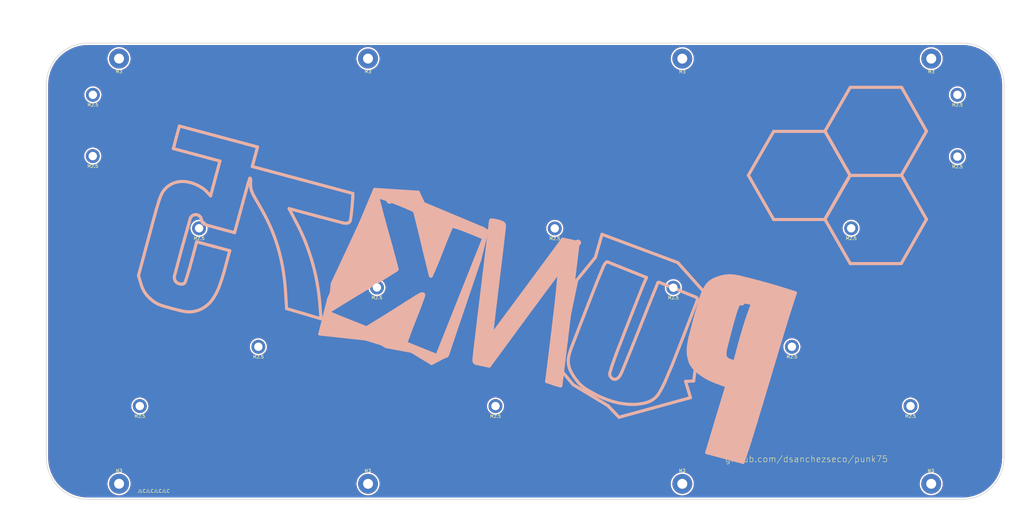
<source format=kicad_pcb>
(kicad_pcb (version 20171130) (host pcbnew 5.1.6)

  (general
    (thickness 1.6)
    (drawings 432)
    (tracks 0)
    (zones 0)
    (modules 22)
    (nets 1)
  )

  (page A3)
  (layers
    (0 F.Cu signal)
    (31 B.Cu signal)
    (32 B.Adhes user hide)
    (33 F.Adhes user hide)
    (34 B.Paste user)
    (35 F.Paste user)
    (36 B.SilkS user)
    (37 F.SilkS user)
    (38 B.Mask user hide)
    (39 F.Mask user)
    (40 Dwgs.User user hide)
    (41 Cmts.User user hide)
    (42 Eco1.User user hide)
    (43 Eco2.User user hide)
    (44 Edge.Cuts user)
    (45 Margin user hide)
    (46 B.CrtYd user hide)
    (47 F.CrtYd user hide)
    (48 B.Fab user hide)
    (49 F.Fab user hide)
  )

  (setup
    (last_trace_width 0.25)
    (trace_clearance 0.2)
    (zone_clearance 0.508)
    (zone_45_only no)
    (trace_min 0.2)
    (via_size 0.8)
    (via_drill 0.4)
    (via_min_size 0.4)
    (via_min_drill 0.3)
    (uvia_size 0.3)
    (uvia_drill 0.1)
    (uvias_allowed no)
    (uvia_min_size 0.2)
    (uvia_min_drill 0.1)
    (edge_width 0.05)
    (segment_width 0.2)
    (pcb_text_width 0.3)
    (pcb_text_size 1.5 1.5)
    (mod_edge_width 0.12)
    (mod_text_size 1 1)
    (mod_text_width 0.15)
    (pad_size 2.831378 2.25)
    (pad_drill 2.051378)
    (pad_to_mask_clearance 0.051)
    (solder_mask_min_width 0.25)
    (aux_axis_origin 0 0)
    (visible_elements 7FFFFFFF)
    (pcbplotparams
      (layerselection 0x010f0_ffffffff)
      (usegerberextensions false)
      (usegerberattributes false)
      (usegerberadvancedattributes false)
      (creategerberjobfile false)
      (excludeedgelayer true)
      (linewidth 0.100000)
      (plotframeref false)
      (viasonmask false)
      (mode 1)
      (useauxorigin true)
      (hpglpennumber 1)
      (hpglpenspeed 20)
      (hpglpendiameter 15.000000)
      (psnegative false)
      (psa4output false)
      (plotreference true)
      (plotvalue true)
      (plotinvisibletext false)
      (padsonsilk false)
      (subtractmaskfromsilk false)
      (outputformat 1)
      (mirror false)
      (drillshape 0)
      (scaleselection 1)
      (outputdirectory "generated/gerber/"))
  )

  (net 0 "")

  (net_class Default "This is the default net class."
    (clearance 0.2)
    (trace_width 0.25)
    (via_dia 0.8)
    (via_drill 0.4)
    (uvia_dia 0.3)
    (uvia_drill 0.1)
  )

  (net_class Power ""
    (clearance 0.2)
    (trace_width 0.38)
    (via_dia 0.8)
    (via_drill 0.4)
    (uvia_dia 0.3)
    (uvia_drill 0.1)
  )

  (module MountingHole:MountingHole_3.2mm_M3_Pad (layer F.Cu) (tedit 56D1B4CB) (tstamp 5EE8E50F)
    (at 352.75 99.5)
    (descr "Mounting Hole 3.2mm, M3")
    (tags "mounting hole 3.2mm m3")
    (attr virtual)
    (fp_text reference REF** (at 0 -4.2) (layer F.Fab)
      (effects (font (size 1 1) (thickness 0.15)))
    )
    (fp_text value M3 (at 0 4.2) (layer F.SilkS)
      (effects (font (size 1 1) (thickness 0.15)))
    )
    (fp_circle (center 0 0) (end 3.45 0) (layer F.CrtYd) (width 0.05))
    (fp_circle (center 0 0) (end 3.2 0) (layer Cmts.User) (width 0.15))
    (fp_text user %R (at 0.3 0) (layer F.Fab)
      (effects (font (size 1 1) (thickness 0.15)))
    )
    (pad 1 thru_hole circle (at 0 0) (size 6.4 6.4) (drill 3.2) (layers *.Cu *.Mask))
  )

  (module MountingHole:MountingHole_3.2mm_M3_Pad (layer F.Cu) (tedit 56D1B4CB) (tstamp 5EE8E4C0)
    (at 272.75 99.5)
    (descr "Mounting Hole 3.2mm, M3")
    (tags "mounting hole 3.2mm m3")
    (attr virtual)
    (fp_text reference REF** (at 0 -4.2) (layer F.Fab)
      (effects (font (size 1 1) (thickness 0.15)))
    )
    (fp_text value M3 (at 0 4.2) (layer F.SilkS)
      (effects (font (size 1 1) (thickness 0.15)))
    )
    (fp_circle (center 0 0) (end 3.45 0) (layer F.CrtYd) (width 0.05))
    (fp_circle (center 0 0) (end 3.2 0) (layer Cmts.User) (width 0.15))
    (fp_text user %R (at 0.3 0) (layer F.Fab)
      (effects (font (size 1 1) (thickness 0.15)))
    )
    (pad 1 thru_hole circle (at 0 0) (size 6.4 6.4) (drill 3.2) (layers *.Cu *.Mask))
  )

  (module MountingHole:MountingHole_3.2mm_M3_Pad (layer F.Cu) (tedit 56D1B4CB) (tstamp 5EE8E46A)
    (at 171.76 99.48)
    (descr "Mounting Hole 3.2mm, M3")
    (tags "mounting hole 3.2mm m3")
    (attr virtual)
    (fp_text reference REF** (at 0 -4.2) (layer F.Fab)
      (effects (font (size 1 1) (thickness 0.15)))
    )
    (fp_text value M3 (at 0 4.2) (layer F.SilkS)
      (effects (font (size 1 1) (thickness 0.15)))
    )
    (fp_circle (center 0 0) (end 3.45 0) (layer F.CrtYd) (width 0.05))
    (fp_circle (center 0 0) (end 3.2 0) (layer Cmts.User) (width 0.15))
    (fp_text user %R (at 0.3 0) (layer F.Fab)
      (effects (font (size 1 1) (thickness 0.15)))
    )
    (pad 1 thru_hole circle (at 0 0) (size 6.4 6.4) (drill 3.2) (layers *.Cu *.Mask))
  )

  (module MountingHole:MountingHole_3.2mm_M3_Pad (layer F.Cu) (tedit 56D1B4CB) (tstamp 5EE8E445)
    (at 91.75 99.48)
    (descr "Mounting Hole 3.2mm, M3")
    (tags "mounting hole 3.2mm m3")
    (attr virtual)
    (fp_text reference REF** (at 0 -4.2) (layer F.Fab)
      (effects (font (size 1 1) (thickness 0.15)))
    )
    (fp_text value M3 (at 0 4.2) (layer F.SilkS)
      (effects (font (size 1 1) (thickness 0.15)))
    )
    (fp_circle (center 0 0) (end 3.45 0) (layer F.CrtYd) (width 0.05))
    (fp_circle (center 0 0) (end 3.2 0) (layer Cmts.User) (width 0.15))
    (fp_text user %R (at 0.3 0) (layer F.Fab)
      (effects (font (size 1 1) (thickness 0.15)))
    )
    (pad 1 thru_hole circle (at 0 0) (size 6.4 6.4) (drill 3.2) (layers *.Cu *.Mask))
  )

  (module MountingHole:MountingHole_3.2mm_M3_Pad (layer F.Cu) (tedit 56D1B4CB) (tstamp 5EE8E403)
    (at 272.75 236.13)
    (descr "Mounting Hole 3.2mm, M3")
    (tags "mounting hole 3.2mm m3")
    (attr virtual)
    (fp_text reference REF** (at 0.03 4.2) (layer F.Fab)
      (effects (font (size 1 1) (thickness 0.15)))
    )
    (fp_text value M3 (at -0.05 -4.24) (layer F.SilkS)
      (effects (font (size 1 1) (thickness 0.15)))
    )
    (fp_circle (center 0 0) (end 3.45 0) (layer F.CrtYd) (width 0.05))
    (fp_circle (center 0 0) (end 3.2 0) (layer Cmts.User) (width 0.15))
    (fp_text user %R (at 0.3 0) (layer F.Fab)
      (effects (font (size 1 1) (thickness 0.15)))
    )
    (pad 1 thru_hole circle (at 0 0) (size 6.4 6.4) (drill 3.2) (layers *.Cu *.Mask))
  )

  (module MountingHole:MountingHole_3.2mm_M3_Pad (layer F.Cu) (tedit 56D1B4CB) (tstamp 5EE8E3B9)
    (at 171.77 236.12)
    (descr "Mounting Hole 3.2mm, M3")
    (tags "mounting hole 3.2mm m3")
    (attr virtual)
    (fp_text reference REF** (at 0 4.17) (layer F.Fab)
      (effects (font (size 1 1) (thickness 0.15)))
    )
    (fp_text value M3 (at -0.08 -4.19) (layer F.SilkS)
      (effects (font (size 1 1) (thickness 0.15)))
    )
    (fp_circle (center 0 0) (end 3.45 0) (layer F.CrtYd) (width 0.05))
    (fp_circle (center 0 0) (end 3.2 0) (layer Cmts.User) (width 0.15))
    (fp_text user %R (at 0.3 0) (layer F.Fab)
      (effects (font (size 1 1) (thickness 0.15)))
    )
    (pad 1 thru_hole circle (at 0 0) (size 6.4 6.4) (drill 3.2) (layers *.Cu *.Mask))
  )

  (module MountingHole:MountingHole_3.2mm_M3_Pad (layer F.Cu) (tedit 56D1B4CB) (tstamp 5EE8E36D)
    (at 91.76 236.11)
    (descr "Mounting Hole 3.2mm, M3")
    (tags "mounting hole 3.2mm m3")
    (attr virtual)
    (fp_text reference REF** (at -0.01 4.1) (layer F.Fab)
      (effects (font (size 1 1) (thickness 0.15)))
    )
    (fp_text value M3 (at 0.01 -4.19) (layer F.SilkS)
      (effects (font (size 1 1) (thickness 0.15)))
    )
    (fp_circle (center 0 0) (end 3.45 0) (layer F.CrtYd) (width 0.05))
    (fp_circle (center 0 0) (end 3.2 0) (layer Cmts.User) (width 0.15))
    (fp_text user %R (at 0.3 0) (layer F.Fab)
      (effects (font (size 1 1) (thickness 0.15)))
    )
    (pad 1 thru_hole circle (at 0 0) (size 6.4 6.4) (drill 3.2) (layers *.Cu *.Mask))
  )

  (module MountingHole:MountingHole_3.2mm_M3_Pad (layer F.Cu) (tedit 56D1B4CB) (tstamp 5EE8E307)
    (at 352.74 236.11)
    (descr "Mounting Hole 3.2mm, M3")
    (tags "mounting hole 3.2mm m3")
    (attr virtual)
    (fp_text reference REF** (at 0.11 4.13) (layer F.Fab)
      (effects (font (size 1 1) (thickness 0.15)))
    )
    (fp_text value M3 (at -0.11 -4.18) (layer F.SilkS)
      (effects (font (size 1 1) (thickness 0.15)))
    )
    (fp_circle (center 0 0) (end 3.45 0) (layer F.CrtYd) (width 0.05))
    (fp_circle (center 0 0) (end 3.2 0) (layer Cmts.User) (width 0.15))
    (fp_text user %R (at 0.3 0) (layer F.Fab)
      (effects (font (size 1 1) (thickness 0.15)))
    )
    (pad 1 thru_hole circle (at 0 0) (size 6.4 6.4) (drill 3.2) (layers *.Cu *.Mask))
  )

  (module MountingHole:MountingHole_2.7mm_M2.5_ISO7380_Pad (layer F.Cu) (tedit 56D1B4CB) (tstamp 5EC5FF9F)
    (at 307.975 192.0875)
    (descr "Mounting Hole 2.7mm, M2.5, ISO7380")
    (tags "mounting hole 2.7mm m2.5 iso7380")
    (path /5EC747E7)
    (attr virtual)
    (fp_text reference H14 (at 0 -3.25) (layer F.Fab)
      (effects (font (size 1 1) (thickness 0.15)))
    )
    (fp_text value M2.5 (at 0 3.25) (layer F.SilkS)
      (effects (font (size 1 1) (thickness 0.15)))
    )
    (fp_circle (center 0 0) (end 2.5 0) (layer F.CrtYd) (width 0.05))
    (fp_circle (center 0 0) (end 2.25 0) (layer Cmts.User) (width 0.15))
    (fp_text user %R (at 0.3 0) (layer F.Fab)
      (effects (font (size 1 1) (thickness 0.15)))
    )
    (pad 1 thru_hole circle (at 0 0) (size 4.5 4.5) (drill 2.7) (layers *.Cu *.Mask))
  )

  (module MountingHole:MountingHole_2.7mm_M2.5_ISO7380_Pad (layer F.Cu) (tedit 56D1B4CB) (tstamp 5EC5FFFC)
    (at 136.525 192.0875)
    (descr "Mounting Hole 2.7mm, M2.5, ISO7380")
    (tags "mounting hole 2.7mm m2.5 iso7380")
    (path /5EC747DD)
    (attr virtual)
    (fp_text reference H13 (at 0 -3.25) (layer F.Fab)
      (effects (font (size 1 1) (thickness 0.15)))
    )
    (fp_text value M2.5 (at 0 3.25) (layer F.SilkS)
      (effects (font (size 1 1) (thickness 0.15)))
    )
    (fp_circle (center 0 0) (end 2.5 0) (layer F.CrtYd) (width 0.05))
    (fp_circle (center 0 0) (end 2.25 0) (layer Cmts.User) (width 0.15))
    (fp_text user %R (at 0.3 0) (layer F.Fab)
      (effects (font (size 1 1) (thickness 0.15)))
    )
    (pad 1 thru_hole circle (at 0 0) (size 4.5 4.5) (drill 2.7) (layers *.Cu *.Mask))
  )

  (module MountingHole:MountingHole_2.7mm_M2.5_ISO7380_Pad (layer F.Cu) (tedit 56D1B4CB) (tstamp 5EB57D6C)
    (at 361.15625 130.96875)
    (descr "Mounting Hole 2.7mm, M2.5, ISO7380")
    (tags "mounting hole 2.7mm m2.5 iso7380")
    (path /5F1D4F90)
    (attr virtual)
    (fp_text reference H12 (at 0 -3.25) (layer F.Fab)
      (effects (font (size 1 1) (thickness 0.15)))
    )
    (fp_text value M2.5 (at 0 3.25) (layer F.SilkS)
      (effects (font (size 1 1) (thickness 0.15)))
    )
    (fp_circle (center 0 0) (end 2.5 0) (layer F.CrtYd) (width 0.05))
    (fp_circle (center 0 0) (end 2.25 0) (layer Cmts.User) (width 0.15))
    (fp_text user %R (at 0.3 0) (layer F.Fab)
      (effects (font (size 1 1) (thickness 0.15)))
    )
    (pad 1 thru_hole circle (at 0 0) (size 4.5 4.5) (drill 2.7) (layers *.Cu *.Mask))
  )

  (module MountingHole:MountingHole_2.7mm_M2.5_ISO7380_Pad (layer F.Cu) (tedit 56D1B4CB) (tstamp 5EB8429A)
    (at 361.15625 111.125)
    (descr "Mounting Hole 2.7mm, M2.5, ISO7380")
    (tags "mounting hole 2.7mm m2.5 iso7380")
    (path /5F1D4F86)
    (attr virtual)
    (fp_text reference H11 (at 0 -3.25) (layer F.Fab)
      (effects (font (size 1 1) (thickness 0.15)))
    )
    (fp_text value M2.5 (at 0 3.25) (layer F.SilkS)
      (effects (font (size 1 1) (thickness 0.15)))
    )
    (fp_circle (center 0 0) (end 2.5 0) (layer F.CrtYd) (width 0.05))
    (fp_circle (center 0 0) (end 2.25 0) (layer Cmts.User) (width 0.15))
    (fp_text user %R (at 0.3 0) (layer F.Fab)
      (effects (font (size 1 1) (thickness 0.15)))
    )
    (pad 1 thru_hole circle (at 0 0) (size 4.5 4.5) (drill 2.7) (layers *.Cu *.Mask))
  )

  (module MountingHole:MountingHole_2.7mm_M2.5_ISO7380_Pad (layer F.Cu) (tedit 56D1B4CB) (tstamp 5EB57D5C)
    (at 83.312 130.81)
    (descr "Mounting Hole 2.7mm, M2.5, ISO7380")
    (tags "mounting hole 2.7mm m2.5 iso7380")
    (path /5F1D4F7C)
    (attr virtual)
    (fp_text reference H10 (at 0 -3.25) (layer F.Fab)
      (effects (font (size 1 1) (thickness 0.15)))
    )
    (fp_text value M2.5 (at 0 3.25) (layer F.SilkS)
      (effects (font (size 1 1) (thickness 0.15)))
    )
    (fp_circle (center 0 0) (end 2.25 0) (layer Cmts.User) (width 0.15))
    (fp_circle (center 0 0) (end 2.5 0) (layer F.CrtYd) (width 0.05))
    (fp_text user %R (at 0.3 0) (layer F.Fab)
      (effects (font (size 1 1) (thickness 0.15)))
    )
    (pad 1 thru_hole circle (at 0 0) (size 4.5 4.5) (drill 2.7) (layers *.Cu *.Mask))
  )

  (module MountingHole:MountingHole_2.7mm_M2.5_ISO7380_Pad (layer F.Cu) (tedit 56D1B4CB) (tstamp 5EB57D54)
    (at 83.34375 111.125)
    (descr "Mounting Hole 2.7mm, M2.5, ISO7380")
    (tags "mounting hole 2.7mm m2.5 iso7380")
    (path /5F1D4F72)
    (attr virtual)
    (fp_text reference H9 (at 0 -3.25) (layer F.Fab)
      (effects (font (size 1 1) (thickness 0.15)))
    )
    (fp_text value M2.5 (at 0 3.25) (layer F.SilkS)
      (effects (font (size 1 1) (thickness 0.15)))
    )
    (fp_circle (center 0 0) (end 2.25 0) (layer Cmts.User) (width 0.15))
    (fp_circle (center 0 0) (end 2.5 0) (layer F.CrtYd) (width 0.05))
    (fp_text user %R (at 0.3 0) (layer F.Fab)
      (effects (font (size 1 1) (thickness 0.15)))
    )
    (pad 1 thru_hole circle (at 0 0) (size 4.5 4.5) (drill 2.7) (layers *.Cu *.Mask))
  )

  (module MountingHole:MountingHole_2.7mm_M2.5_ISO7380_Pad (layer F.Cu) (tedit 56D1B4CB) (tstamp 5EE9FE42)
    (at 231.775 154.051)
    (descr "Mounting Hole 2.7mm, M2.5, ISO7380")
    (tags "mounting hole 2.7mm m2.5 iso7380")
    (path /5EBD2C05)
    (attr virtual)
    (fp_text reference H8 (at 0 -3.25) (layer F.Fab)
      (effects (font (size 1 1) (thickness 0.15)))
    )
    (fp_text value M2.5 (at 0 3.25) (layer F.SilkS)
      (effects (font (size 1 1) (thickness 0.15)))
    )
    (fp_circle (center 0 0) (end 2.5 0) (layer F.CrtYd) (width 0.05))
    (fp_circle (center 0 0) (end 2.25 0) (layer Cmts.User) (width 0.15))
    (fp_text user %R (at 0.3 0) (layer F.Fab)
      (effects (font (size 1 1) (thickness 0.15)))
    )
    (pad 1 thru_hole circle (at 0 0) (size 4.5 4.5) (drill 2.7) (layers *.Cu *.Mask))
  )

  (module MountingHole:MountingHole_2.7mm_M2.5_ISO7380_Pad (layer F.Cu) (tedit 56D1B4CB) (tstamp 5EB16D11)
    (at 327.025 154)
    (descr "Mounting Hole 2.7mm, M2.5, ISO7380")
    (tags "mounting hole 2.7mm m2.5 iso7380")
    (path /5EBCBB16)
    (attr virtual)
    (fp_text reference H7 (at 0 -3.25) (layer F.Fab)
      (effects (font (size 1 1) (thickness 0.15)))
    )
    (fp_text value M2.5 (at 0 3.25) (layer F.SilkS)
      (effects (font (size 1 1) (thickness 0.15)))
    )
    (fp_circle (center 0 0) (end 2.5 0) (layer F.CrtYd) (width 0.05))
    (fp_circle (center 0 0) (end 2.25 0) (layer Cmts.User) (width 0.15))
    (fp_text user %R (at 0.3 0) (layer F.Fab)
      (effects (font (size 1 1) (thickness 0.15)))
    )
    (pad 1 thru_hole circle (at 0 0) (size 4.5 4.5) (drill 2.7) (layers *.Cu *.Mask))
  )

  (module MountingHole:MountingHole_2.7mm_M2.5_ISO7380_Pad (layer F.Cu) (tedit 56D1B4CB) (tstamp 5EB16D09)
    (at 346.075 211.1375)
    (descr "Mounting Hole 2.7mm, M2.5, ISO7380")
    (tags "mounting hole 2.7mm m2.5 iso7380")
    (path /5EBCB58A)
    (attr virtual)
    (fp_text reference H6 (at 0 -3.25) (layer F.Fab)
      (effects (font (size 1 1) (thickness 0.15)))
    )
    (fp_text value M2.5 (at 0 3.25) (layer F.SilkS)
      (effects (font (size 1 1) (thickness 0.15)))
    )
    (fp_circle (center 0 0) (end 2.5 0) (layer F.CrtYd) (width 0.05))
    (fp_circle (center 0 0) (end 2.25 0) (layer Cmts.User) (width 0.15))
    (fp_text user %R (at 0.3 0) (layer F.Fab)
      (effects (font (size 1 1) (thickness 0.15)))
    )
    (pad 1 thru_hole circle (at 0 0) (size 4.5 4.5) (drill 2.7) (layers *.Cu *.Mask))
  )

  (module MountingHole:MountingHole_2.7mm_M2.5_ISO7380_Pad (layer F.Cu) (tedit 56D1B4CB) (tstamp 5EB16D01)
    (at 212.725 211.1375)
    (descr "Mounting Hole 2.7mm, M2.5, ISO7380")
    (tags "mounting hole 2.7mm m2.5 iso7380")
    (path /5EBCB018)
    (attr virtual)
    (fp_text reference H5 (at 0 -3.25) (layer F.Fab)
      (effects (font (size 1 1) (thickness 0.15)))
    )
    (fp_text value M2.5 (at 0 3.25) (layer F.SilkS)
      (effects (font (size 1 1) (thickness 0.15)))
    )
    (fp_circle (center 0 0) (end 2.5 0) (layer F.CrtYd) (width 0.05))
    (fp_circle (center 0 0) (end 2.25 0) (layer Cmts.User) (width 0.15))
    (fp_text user %R (at 0.3 0) (layer F.Fab)
      (effects (font (size 1 1) (thickness 0.15)))
    )
    (pad 1 thru_hole circle (at 0 0) (size 4.5 4.5) (drill 2.7) (layers *.Cu *.Mask))
  )

  (module MountingHole:MountingHole_2.7mm_M2.5_ISO7380_Pad (layer F.Cu) (tedit 56D1B4CB) (tstamp 5EB16CF9)
    (at 174.625 173.0375)
    (descr "Mounting Hole 2.7mm, M2.5, ISO7380")
    (tags "mounting hole 2.7mm m2.5 iso7380")
    (path /5EBCABA4)
    (attr virtual)
    (fp_text reference H4 (at 0 -3.25) (layer F.Fab)
      (effects (font (size 1 1) (thickness 0.15)))
    )
    (fp_text value M2.5 (at 0 3.25) (layer F.SilkS)
      (effects (font (size 1 1) (thickness 0.15)))
    )
    (fp_circle (center 0 0) (end 2.5 0) (layer F.CrtYd) (width 0.05))
    (fp_circle (center 0 0) (end 2.25 0) (layer Cmts.User) (width 0.15))
    (fp_text user %R (at 0.3 0) (layer F.Fab)
      (effects (font (size 1 1) (thickness 0.15)))
    )
    (pad 1 thru_hole circle (at 0 0) (size 4.5 4.5) (drill 2.7) (layers *.Cu *.Mask))
  )

  (module MountingHole:MountingHole_2.7mm_M2.5_ISO7380_Pad (layer F.Cu) (tedit 56D1B4CB) (tstamp 5EB16CF1)
    (at 269.875 173.101)
    (descr "Mounting Hole 2.7mm, M2.5, ISO7380")
    (tags "mounting hole 2.7mm m2.5 iso7380")
    (path /5EBCA686)
    (attr virtual)
    (fp_text reference H3 (at 0 -3.25) (layer F.Fab)
      (effects (font (size 1 1) (thickness 0.15)))
    )
    (fp_text value M2.5 (at 0 3.25) (layer F.SilkS)
      (effects (font (size 1 1) (thickness 0.15)))
    )
    (fp_circle (center 0 0) (end 2.5 0) (layer F.CrtYd) (width 0.05))
    (fp_circle (center 0 0) (end 2.25 0) (layer Cmts.User) (width 0.15))
    (fp_text user %R (at 0.3 0) (layer F.Fab)
      (effects (font (size 1 1) (thickness 0.15)))
    )
    (pad 1 thru_hole circle (at 0 0) (size 4.5 4.5) (drill 2.7) (layers *.Cu *.Mask))
  )

  (module MountingHole:MountingHole_2.7mm_M2.5_ISO7380_Pad (layer F.Cu) (tedit 56D1B4CB) (tstamp 5EB16CE9)
    (at 98.425 211.1375)
    (descr "Mounting Hole 2.7mm, M2.5, ISO7380")
    (tags "mounting hole 2.7mm m2.5 iso7380")
    (path /5EBCA17F)
    (attr virtual)
    (fp_text reference H2 (at 0 -3.25) (layer F.Fab)
      (effects (font (size 1 1) (thickness 0.15)))
    )
    (fp_text value M2.5 (at 0 3.25) (layer F.SilkS)
      (effects (font (size 1 1) (thickness 0.15)))
    )
    (fp_circle (center 0 0) (end 2.5 0) (layer F.CrtYd) (width 0.05))
    (fp_circle (center 0 0) (end 2.25 0) (layer Cmts.User) (width 0.15))
    (fp_text user %R (at 0.3 0) (layer F.Fab)
      (effects (font (size 1 1) (thickness 0.15)))
    )
    (pad 1 thru_hole circle (at 0 0) (size 4.5 4.5) (drill 2.7) (layers *.Cu *.Mask))
  )

  (module MountingHole:MountingHole_2.7mm_M2.5_ISO7380_Pad (layer F.Cu) (tedit 56D1B4CB) (tstamp 5EB16CE1)
    (at 117.475 154.01)
    (descr "Mounting Hole 2.7mm, M2.5, ISO7380")
    (tags "mounting hole 2.7mm m2.5 iso7380")
    (path /5EB38EAE)
    (attr virtual)
    (fp_text reference H1 (at 0 -3.25) (layer F.Fab)
      (effects (font (size 1 1) (thickness 0.15)))
    )
    (fp_text value M2.5 (at 0 3.25) (layer F.SilkS)
      (effects (font (size 1 1) (thickness 0.15)))
    )
    (fp_circle (center 0 0) (end 2.5 0) (layer F.CrtYd) (width 0.05))
    (fp_circle (center 0 0) (end 2.25 0) (layer Cmts.User) (width 0.15))
    (fp_text user %R (at 0.3 0) (layer F.Fab)
      (effects (font (size 1 1) (thickness 0.15)))
    )
    (pad 1 thru_hole circle (at 0 0) (size 4.5 4.5) (drill 2.7) (layers *.Cu *.Mask))
  )

  (gr_line (start 188.6204 175.3616) (end 188.214 175.6664) (layer B.SilkS) (width 1))
  (gr_line (start 188.6712 175.26) (end 182.5244 179.1716) (layer B.SilkS) (width 1))
  (gr_line (start 176.4284 170.18) (end 178.0032 168.91) (layer B.SilkS) (width 1))
  (gr_line (start 181.0512 167.132) (end 177.0888 169.7228) (layer B.SilkS) (width 1))
  (gr_line (start 190.9572 165.2524) (end 191.9224 169.0116) (layer B.SilkS) (width 1))
  (gr_line (start 191.8208 169.164) (end 190.9572 165.2524) (layer B.SilkS) (width 1))
  (gr_line (start 318.49695 151.1935) (end 302.11395 151.1935) (layer B.SilkS) (width 1) (tstamp 5EE9FE71))
  (gr_line (start 302.11395 122.8725) (end 318.49695 122.8725) (layer B.SilkS) (width 1) (tstamp 5EE9FE6E))
  (gr_line (start 302.11395 151.1935) (end 293.98595 136.9695) (layer B.SilkS) (width 1) (tstamp 5EE9FE6B))
  (gr_line (start 318.62395 122.8725) (end 326.62495 136.9695) (layer B.SilkS) (width 1) (tstamp 5EE9FE68))
  (gr_line (start 326.62495 136.9695) (end 318.49695 151.1935) (layer B.SilkS) (width 1) (tstamp 5EE9FE65))
  (gr_line (start 293.98595 136.9695) (end 302.11395 122.8725) (layer B.SilkS) (width 1) (tstamp 5EE9FE8F))
  (gr_line (start 351.2312 151.13) (end 343.1032 165.354) (layer B.SilkS) (width 1) (tstamp 5EE9FE8C))
  (gr_line (start 343.1032 165.354) (end 326.7202 165.354) (layer B.SilkS) (width 1) (tstamp 5EE9FE89))
  (gr_line (start 318.5922 151.13) (end 326.7202 137.033) (layer B.SilkS) (width 1) (tstamp 5EE9FE86))
  (gr_line (start 326.7202 137.033) (end 343.1032 137.033) (layer B.SilkS) (width 1) (tstamp 5EE9FE83))
  (gr_line (start 343.2302 137.033) (end 351.2312 151.13) (layer B.SilkS) (width 1) (tstamp 5EE9FE80))
  (gr_line (start 326.7202 165.354) (end 318.5922 151.13) (layer B.SilkS) (width 1) (tstamp 5EE9FE7D))
  (gr_line (start 343.2302 108.712) (end 351.2312 122.809) (layer B.SilkS) (width 1) (tstamp 5EE9FE7A))
  (gr_line (start 326.8091 108.712) (end 343.1921 108.712) (layer B.SilkS) (width 1) (tstamp 5EE9FE77))
  (gr_line (start 318.5922 122.809) (end 326.7202 108.712) (layer B.SilkS) (width 1) (tstamp 5EE9FE74))
  (gr_line (start 326.7202 137.033) (end 318.5922 122.809) (layer B.SilkS) (width 1) (tstamp 5EE9FE98))
  (gr_line (start 343.1032 137.033) (end 326.7202 137.033) (layer B.SilkS) (width 1) (tstamp 5EE9FE95))
  (gr_line (start 351.2312 122.809) (end 343.1032 137.033) (layer B.SilkS) (width 1) (tstamp 5EE9FE92))
  (gr_line (start 277.0632 182.4228) (end 276.4536 184.9628) (layer B.SilkS) (width 1))
  (gr_line (start 279.2476 201.0664) (end 282.6512 202.8952) (layer B.SilkS) (width 1))
  (gr_line (start 276.7584 198.9836) (end 279.2476 201.0664) (layer B.SilkS) (width 1))
  (gr_line (start 275.4884 197.104) (end 276.7584 198.9836) (layer B.SilkS) (width 1))
  (gr_line (start 276.4028 198.628) (end 275.4884 197.104) (layer B.SilkS) (width 1))
  (gr_line (start 275.5392 196.9516) (end 276.4028 198.628) (layer B.SilkS) (width 1))
  (gr_line (start 274.828 194.564) (end 275.5392 196.9516) (layer B.SilkS) (width 1))
  (gr_line (start 274.9804 195.1228) (end 274.828 194.564) (layer B.SilkS) (width 1))
  (gr_line (start 274.7772 193.548) (end 274.9804 195.1228) (layer B.SilkS) (width 1))
  (gr_line (start 275.082 195.6816) (end 274.7772 193.548) (layer B.SilkS) (width 1))
  (gr_line (start 246.9388 155.956) (end 244.8052 163.4236) (layer B.SilkS) (width 1))
  (gr_line (start 238.8108 170.7388) (end 244.8052 163.3728) (layer B.SilkS) (width 1))
  (gr_line (start 232.9688 198.628) (end 238.8108 170.7388) (layer B.SilkS) (width 1))
  (gr_line (start 237.6932 204.2668) (end 232.9688 198.628) (layer B.SilkS) (width 1))
  (gr_line (start 248.8692 211.0232) (end 237.6932 204.2668) (layer B.SilkS) (width 1))
  (gr_line (start 252.4252 214.7316) (end 248.8692 211.0232) (layer B.SilkS) (width 1))
  (gr_line (start 275.3868 208.4324) (end 252.4252 214.7316) (layer B.SilkS) (width 1))
  (gr_line (start 273.812 203.2) (end 275.3868 208.4324) (layer B.SilkS) (width 1))
  (gr_line (start 276.4028 203.0984) (end 273.812 203.2) (layer B.SilkS) (width 1))
  (gr_line (start 280.2636 175.0568) (end 276.4028 203.0984) (layer B.SilkS) (width 1))
  (gr_line (start 271.3228 165.0492) (end 280.2636 175.0568) (layer B.SilkS) (width 1))
  (gr_line (start 246.9388 155.956) (end 271.3228 165.0492) (layer B.SilkS) (width 1))
  (gr_line (start 306.47724 182.837641) (end 304.697822 188.659941) (layer B.SilkS) (width 1))
  (gr_line (start 307.425579 179.849425) (end 306.47724 182.837641) (layer B.SilkS) (width 1))
  (gr_line (start 309.094811 174.752856) (end 307.425579 179.849425) (layer B.SilkS) (width 1))
  (gr_line (start 304.879852 173.421791) (end 309.094811 174.752856) (layer B.SilkS) (width 1))
  (gr_arc (start 292.185413 179.464822) (end 291.349406 178.016813) (angle 17.54354014) (layer B.SilkS) (width 1))
  (gr_arc (start 208.892764 157.163678) (end 208.906978 157.129522) (angle 49.79163353) (layer B.SilkS) (width 1))
  (gr_line (start 207.480065 156.535879) (end 208.906978 157.129522) (layer B.SilkS) (width 1))
  (gr_line (start 205.895882 155.880498) (end 207.480065 156.535879) (layer B.SilkS) (width 1))
  (gr_line (start 204.016686 155.109747) (end 205.895882 155.880498) (layer B.SilkS) (width 1))
  (gr_line (start 201.883474 154.271988) (end 204.016686 155.109747) (layer B.SilkS) (width 1))
  (gr_line (start 200.276114 153.726761) (end 201.883474 154.271988) (layer B.SilkS) (width 1))
  (gr_line (start 199.076167 153.401335) (end 200.276114 153.726761) (layer B.SilkS) (width 1))
  (gr_arc (start 198.980285 153.800116) (end 198.699165 153.501467) (angle 56.78774383) (layer B.SilkS) (width 1))
  (gr_arc (start 199.400803 154.246852) (end 198.458505 153.84689) (angle 23.73265946) (layer B.SilkS) (width 1))
  (gr_line (start 197.502611 156.118719) (end 198.458505 153.84689) (layer B.SilkS) (width 1))
  (gr_line (start 196.419479 158.77768) (end 197.502611 156.118719) (layer B.SilkS) (width 1))
  (gr_line (start 195.21406 161.857515) (end 196.419479 158.77768) (layer B.SilkS) (width 1))
  (gr_line (start 194.020105 164.877639) (end 195.21406 161.857515) (layer B.SilkS) (width 1))
  (gr_line (start 192.975673 167.340409) (end 194.020105 164.877639) (layer B.SilkS) (width 1))
  (gr_line (start 192.075212 169.338041) (end 192.975673 167.340409) (layer B.SilkS) (width 1))
  (gr_arc (start 191.986401 169.297297) (end 192.075212 169.338041) (angle 127.8622613) (layer B.SilkS) (width 1))
  (gr_arc (start 193.464555 168.528037) (end 191.899725 169.342406) (angle 13.28688197) (layer B.SilkS) (width 1))
  (gr_line (start 191.02911 166.082316) (end 191.75445 168.960966) (layer B.SilkS) (width 1))
  (gr_line (start 190.209618 162.762572) (end 191.02911 166.082316) (layer B.SilkS) (width 1))
  (gr_line (start 189.284391 158.913811) (end 190.209618 162.762572) (layer B.SilkS) (width 1))
  (gr_line (start 188.361127 155.069172) (end 189.284391 158.913811) (layer B.SilkS) (width 1))
  (gr_line (start 187.547794 151.762764) (end 188.361127 155.069172) (layer B.SilkS) (width 1))
  (gr_line (start 186.826199 148.882324) (end 187.547794 151.762764) (layer B.SilkS) (width 1))
  (gr_arc (start 185.3592 149.251238) (end 186.696706 148.544653) (angle 13.73109603) (layer B.SilkS) (width 1))
  (gr_arc (start 186.242506 148.784601) (end 186.458215 148.318402) (angle 37.32335499) (layer B.SilkS) (width 1))
  (gr_line (start 184.889245 147.60445) (end 186.458215 148.318402) (layer B.SilkS) (width 1))
  (gr_line (start 183.024203 146.802348) (end 184.889245 147.60445) (layer B.SilkS) (width 1))
  (gr_line (start 180.853284 145.93008) (end 183.024203 146.802348) (layer B.SilkS) (width 1))
  (gr_arc (start 239.215339 158.709317) (end 239.235315 158.643193) (angle 88.19021474) (layer B.SilkS) (width 1))
  (gr_arc (start 239.235315 158.643193) (end 239.235315 158.643193) (angle 45) (layer B.SilkS) (width 1))
  (gr_line (start 238.580298 158.4523) (end 239.235315 158.643193) (layer B.SilkS) (width 1))
  (gr_line (start 237.783076 158.247462) (end 238.580298 158.4523) (layer B.SilkS) (width 1))
  (gr_line (start 236.827062 158.037778) (end 237.783076 158.247462) (layer B.SilkS) (width 1))
  (gr_line (start 234.325048 157.523827) (end 236.827062 158.037778) (layer B.SilkS) (width 1))
  (gr_line (start 223.014867 172.837726) (end 234.325048 157.523827) (layer B.SilkS) (width 1))
  (gr_line (start 218.667006 178.7159) (end 223.014867 172.837726) (layer B.SilkS) (width 1))
  (gr_line (start 214.980803 183.67987) (end 218.667006 178.7159) (layer B.SilkS) (width 1))
  (gr_line (start 211.655501 188.146195) (end 214.980803 183.67987) (layer B.SilkS) (width 1))
  (gr_arc (start 211.368051 187.93215) (end 211.655501 188.146195) (angle 23.32718442) (layer B.SilkS) (width 1))
  (gr_arc (start 211.528636 188.210292) (end 211.547246 188.242523) (angle 126.5125055) (layer B.SilkS) (width 1))
  (gr_line (start 212.055684 183.273057) (end 211.49166 188.206071) (layer B.SilkS) (width 1))
  (gr_line (start 212.701596 177.762195) (end 212.055684 183.273057) (layer B.SilkS) (width 1))
  (gr_line (start 213.499184 171.197547) (end 212.701596 177.762195) (layer B.SilkS) (width 1))
  (gr_line (start 214.306812 164.564089) (end 213.499184 171.197547) (layer B.SilkS) (width 1))
  (gr_line (start 214.985511 158.828322) (end 214.306812 164.564089) (layer B.SilkS) (width 1))
  (gr_line (start 215.561673 153.845295) (end 214.985511 158.828322) (layer B.SilkS) (width 1))
  (gr_arc (start 210.14611 153.222507) (end 215.596919 153.152687) (angle 7.294039196) (layer B.SilkS) (width 1))
  (gr_arc (start 214.638377 153.164967) (end 215.469583 152.687422) (angle 29.14431427) (layer B.SilkS) (width 1))
  (gr_arc (start 214.479417 153.256293) (end 215.127197 152.315854) (angle 25.56243395) (layer B.SilkS) (width 1))
  (gr_arc (start 213.611288 154.516629) (end 214.496442 151.995143) (angle 15.215989) (layer B.SilkS) (width 1))
  (gr_line (start 213.444488 151.670079) (end 214.496442 151.995143) (layer B.SilkS) (width 1))
  (gr_line (start 212.616236 151.478631) (end 213.444488 151.670079) (layer B.SilkS) (width 1))
  (gr_arc (start 211.391942 157.75932) (end 211.901533 151.380741) (angle 6.462625549) (layer B.SilkS) (width 1))
  (gr_arc (start 211.505231 156.341238) (end 211.353906 151.367237) (angle 6.310337099) (layer B.SilkS) (width 1))
  (gr_arc (start 211.358971 151.533719) (end 211.198087 151.49061) (angle 73.2573481) (layer B.SilkS) (width 1))
  (gr_arc (start 216.45123 152.898186) (end 211.052188 152.244641) (angle 8.098022197) (layer B.SilkS) (width 1))
  (gr_line (start 208.552307 172.904906) (end 211.052188 152.244641) (layer B.SilkS) (width 1))
  (gr_line (start 206.179533 192.555554) (end 208.552307 172.904906) (layer B.SilkS) (width 1))
  (gr_line (start 205.862438 195.604924) (end 206.179533 192.555554) (layer B.SilkS) (width 1))
  (gr_arc (start 214.200687 196.334387) (end 205.836656 196.652952) (angle 7.180935607) (layer B.SilkS) (width 1))
  (gr_arc (start 206.517719 196.627012) (end 206.05463 197.127082) (angle 45.01755557) (layer B.SilkS) (width 1))
  (gr_arc (start 206.901754 196.212309) (end 206.601522 197.422386) (angle 28.86691031) (layer B.SilkS) (width 1))
  (gr_line (start 208.222134 197.790116) (end 206.601522 197.422386) (layer B.SilkS) (width 1))
  (gr_line (start 108.867663 179.812537) (end 105.942119 178.98254) (layer B.SilkS) (width 1))
  (gr_line (start 111.710233 180.530045) (end 108.867663 179.812537) (layer B.SilkS) (width 1))
  (gr_arc (start 115.066768 166.367124) (end 113.44944 180.832217) (angle 6.953115182) (layer B.SilkS) (width 1))
  (gr_arc (start 114.269327 173.499232) (end 114.816273 180.857609) (angle 10.63059136) (layer B.SilkS) (width 1))
  (gr_arc (start 114.12111 171.505414) (end 116.251827 180.63815) (angle 8.881439241) (layer B.SilkS) (width 1))
  (gr_arc (start 114.209926 171.886086) (end 119.368168 179.245469) (angle 21.89439322) (layer B.SilkS) (width 1))
  (gr_arc (start 113.614901 171.03714) (end 121.845989 176.757799) (angle 20.1736034) (layer B.SilkS) (width 1))
  (gr_arc (start 107.222437 166.594315) (end 123.907886 172.818499) (angle 14.34254861) (layer B.SilkS) (width 1))
  (gr_arc (start 62.760897 150.008696) (end 125.799998 166.89991) (angle 5.457193519) (layer B.SilkS) (width 1))
  (gr_line (start 127.325723 161.205825) (end 125.799998 166.89991) (layer B.SilkS) (width 1))
  (gr_line (start 122.013131 159.78232) (end 127.325723 161.205825) (layer B.SilkS) (width 1))
  (gr_line (start 116.700539 158.358815) (end 122.013131 159.78232) (layer B.SilkS) (width 1))
  (gr_line (start 115.0288 164.597834) (end 116.700539 158.358815) (layer B.SilkS) (width 1))
  (gr_line (start 114.352156 167.037783) (end 115.0288 164.597834) (layer B.SilkS) (width 1))
  (gr_line (start 113.70189 169.205474) (end 114.352156 167.037783) (layer B.SilkS) (width 1))
  (gr_line (start 113.120698 171.011966) (end 113.70189 169.205474) (layer B.SilkS) (width 1))
  (gr_arc (start 111.353392 170.428462) (end 113.120698 171.011966) (angle 17.72215819) (layer B.SilkS) (width 1))
  (gr_arc (start 112.057689 170.940044) (end 112.859208 171.522246) (angle 42.65903506) (layer B.SilkS) (width 1))
  (gr_arc (start 111.801893 169.665372) (end 112.252605 171.911331) (angle 22.81945401) (layer B.SilkS) (width 1))
  (gr_arc (start 111.889204 169.235174) (end 111.346282 171.910343) (angle 20.74291689) (layer B.SilkS) (width 1))
  (gr_arc (start 111.419082 169.981279) (end 110.433996 171.544646) (angle 27.78468095) (layer B.SilkS) (width 1))
  (gr_arc (start 111.737196 169.79762) (end 109.818807 170.9052) (angle 44.56853755) (layer B.SilkS) (width 1))
  (gr_line (start 112.030527 160.11207) (end 109.593256 169.240421) (layer B.SilkS) (width 1))
  (gr_line (start 114.596315 150.97522) (end 112.030527 160.11207) (layer B.SilkS) (width 1))
  (gr_arc (start 116.377741 151.487431) (end 114.596315 150.97522) (angle 49.26841744) (layer B.SilkS) (width 1))
  (gr_arc (start 116.43233 151.606169) (end 115.603472 149.803286) (angle 26.32288981) (layer B.SilkS) (width 1))
  (gr_arc (start 116.439726 151.346677) (end 116.488868 149.622689) (angle 29.23924343) (layer B.SilkS) (width 1))
  (gr_arc (start 116.364065 151.473241) (end 117.324702 149.86635) (angle 27.848589) (layer B.SilkS) (width 1))
  (gr_arc (start 115.841854 151.790495) (end 117.964084 150.5012) (angle 22.53645186) (layer B.SilkS) (width 1))
  (gr_arc (start 119.938522 151.160467) (end 118.600268 152.145449) (angle 27.61077492) (layer B.SilkS) (width 1))
  (gr_arc (start 119.924256 151.17097) (end 119.20843 152.650884) (angle 27.83345922) (layer B.SilkS) (width 1))
  (gr_arc (start 122.575609 145.689504) (end 120.457459 153.126719) (angle 9.91560404) (layer B.SilkS) (width 1))
  (gr_line (start 123.680569 154.017453) (end 120.457459 153.126719) (layer B.SilkS) (width 1))
  (gr_line (start 128.878637 155.41027) (end 123.680569 154.017453) (layer B.SilkS) (width 1))
  (gr_line (start 131.551821 145.644377) (end 128.878637 155.41027) (layer B.SilkS) (width 1))
  (gr_line (start 133.143155 139.882255) (end 131.551821 145.644377) (layer B.SilkS) (width 1))
  (gr_line (start 133.748581 137.989128) (end 133.143155 139.882255) (layer B.SilkS) (width 1))
  (gr_arc (start 133.85396 138.027274) (end 133.748581 137.989128) (angle 144.4893672) (layer B.SilkS) (width 1))
  (gr_arc (start 131.738637 138.61831) (end 133.961896 137.997116) (angle 19.23087153) (layer B.SilkS) (width 1))
  (gr_arc (start 146.892129 139.57704) (end 134.05707 140.595193) (angle 8.155703752) (layer B.SilkS) (width 1))
  (gr_arc (start 139.492766 140.164004) (end 134.369936 142.031977) (angle 15.49821745) (layer B.SilkS) (width 1))
  (gr_arc (start 145.495745 137.975088) (end 135.163082 143.76111) (angle 9.213923535) (layer B.SilkS) (width 1))
  (gr_line (start 137.075686 147.082574) (end 135.163082 143.76111) (layer B.SilkS) (width 1))
  (gr_arc (start 85.001866 177.905569) (end 137.075686 147.082574) (angle 6.782527045) (layer B.SilkS) (width 1))
  (gr_arc (start 89.142944 176.075665) (end 140.351483 153.448264) (angle 7.189864966) (layer B.SilkS) (width 1))
  (gr_line (start 210.727866 198.306047) (end 208.222134 197.790116) (layer B.SilkS) (width 1))
  (gr_line (start 221.518916 183.607668) (end 210.727866 198.306047) (layer B.SilkS) (width 1))
  (gr_line (start 225.698866 177.933343) (end 221.518916 183.607668) (layer B.SilkS) (width 1))
  (gr_line (start 229.318048 173.062398) (end 225.698866 177.933343) (layer B.SilkS) (width 1))
  (gr_line (start 232.490616 168.820707) (end 229.318048 173.062398) (layer B.SilkS) (width 1))
  (gr_arc (start 235.291286 170.918354) (end 232.490616 168.820707) (angle 10.41058148) (layer B.SilkS) (width 1))
  (gr_arc (start 233.010168 168.451253) (end 232.915766 168.349155) (angle 137.4001162) (layer B.SilkS) (width 1))
  (gr_line (start 232.793917 172.571342) (end 233.148763 168.462509) (layer B.SilkS) (width 1))
  (gr_line (start 232.237859 177.978803) (end 232.793917 172.571342) (layer B.SilkS) (width 1))
  (gr_line (start 231.344601 185.517995) (end 232.237859 177.978803) (layer B.SilkS) (width 1))
  (gr_line (start 229.167633 203.246968) (end 231.344601 185.517995) (layer B.SilkS) (width 1))
  (gr_line (start 231.420922 204.008507) (end 229.167633 203.246968) (layer B.SilkS) (width 1))
  (gr_line (start 232.288343 204.287819) (end 231.420922 204.008507) (layer B.SilkS) (width 1))
  (gr_line (start 233.026214 204.494442) (end 232.288343 204.287819) (layer B.SilkS) (width 1))
  (gr_line (start 233.639271 204.642846) (end 233.026214 204.494442) (layer B.SilkS) (width 1))
  (gr_arc (start 233.654769 204.575465) (end 233.721553 204.593358) (angle 87.95266632) (layer B.SilkS) (width 1))
  (gr_arc (start 232.701909 204.320147) (end 233.749845 204.447231) (angle 8.085432832) (layer B.SilkS) (width 1))
  (gr_line (start 234.55783 197.783703) (end 233.749845 204.447231) (layer B.SilkS) (width 1))
  (gr_line (start 235.450646 190.397907) (end 234.55783 197.783703) (layer B.SilkS) (width 1))
  (gr_line (start 236.501971 181.659665) (end 235.450646 190.397907) (layer B.SilkS) (width 1))
  (gr_line (start 237.553273 172.921507) (end 236.501971 181.659665) (layer B.SilkS) (width 1))
  (gr_line (start 238.446015 165.535986) (end 237.553273 172.921507) (layer B.SilkS) (width 1))
  (gr_line (start 239.253963 158.872323) (end 238.446015 165.535986) (layer B.SilkS) (width 1))
  (gr_arc (start 240.294667 158.998522) (end 239.253963 158.872323) (angle 8.085890628) (layer B.SilkS) (width 1))
  (gr_line (start 136.25498 127.881384) (end 135.413818 131.020643) (layer B.SilkS) (width 1))
  (gr_line (start 136.25498 127.881384) (end 136.25498 127.881384) (layer B.SilkS) (width 1))
  (gr_line (start 123.697945 124.516736) (end 136.25498 127.881384) (layer B.SilkS) (width 1))
  (gr_line (start 111.140909 121.152089) (end 123.697945 124.516736) (layer B.SilkS) (width 1))
  (gr_line (start 110.170337 124.774311) (end 111.140909 121.152089) (layer B.SilkS) (width 1))
  (gr_line (start 109.199766 128.396533) (end 110.170337 124.774311) (layer B.SilkS) (width 1))
  (gr_line (start 116.685691 130.40238) (end 109.199766 128.396533) (layer B.SilkS) (width 1))
  (gr_line (start 124.171616 132.408228) (end 116.685691 130.40238) (layer B.SilkS) (width 1))
  (gr_line (start 254.491169 186.693522) (end 251.533408 194.336867) (layer B.SilkS) (width 1))
  (gr_line (start 209.973995 154.86392) (end 208.420521 153.8661) (layer B.SilkS) (width 1))
  (gr_line (start 207.662459 164.115047) (end 209.973995 154.86392) (layer B.SilkS) (width 1))
  (gr_line (start 197.26846 194.789307) (end 207.662459 164.115047) (layer B.SilkS) (width 1))
  (gr_line (start 192.206343 197.448036) (end 197.26846 194.789307) (layer B.SilkS) (width 1))
  (gr_line (start 185.726013 193.53678) (end 192.206343 197.448036) (layer B.SilkS) (width 1))
  (gr_line (start 177.598133 192.028108) (end 185.726013 193.53678) (layer B.SilkS) (width 1))
  (gr_line (start 176.006617 191.099772) (end 177.598133 192.028108) (layer B.SilkS) (width 1))
  (gr_line (start 170.897475 189.563485) (end 176.006617 191.099772) (layer B.SilkS) (width 1))
  (gr_line (start 156.263849 187.98457) (end 170.897475 189.563485) (layer B.SilkS) (width 1))
  (gr_line (start 159.077274 176.860365) (end 156.263849 187.98457) (layer B.SilkS) (width 1))
  (gr_line (start 173.900826 141.517618) (end 159.077274 176.860365) (layer B.SilkS) (width 1))
  (gr_line (start 187.879476 142.419144) (end 173.900826 141.517618) (layer B.SilkS) (width 1))
  (gr_line (start 189.582255 146.054038) (end 187.879476 142.419144) (layer B.SilkS) (width 1))
  (gr_line (start 208.382478 153.935584) (end 189.582255 146.054038) (layer B.SilkS) (width 1))
  (gr_line (start 178.681999 145.106699) (end 180.853284 145.93008) (layer B.SilkS) (width 1))
  (gr_arc (start 178.681999 145.106699) (end 178.681999 145.106699) (angle 359.8854085) (layer B.SilkS) (width 1))
  (gr_arc (start 178.681999 145.106699) (end 178.681999 145.106699) (angle 359.8854085) (layer B.SilkS) (width 1))
  (gr_line (start 176.818562 144.455677) (end 178.681999 145.106699) (layer B.SilkS) (width 1))
  (gr_line (start 175.21892 143.935731) (end 176.818562 144.455677) (layer B.SilkS) (width 1))
  (gr_arc (start 175.161111 144.117) (end 175.014078 143.996245) (angle 68.29296206) (layer B.SilkS) (width 1))
  (gr_arc (start 175.220175 144.165509) (end 174.961656 144.231036) (angle 53.61851981) (layer B.SilkS) (width 1))
  (gr_line (start 175.798157 147.5136) (end 174.961656 144.231036) (layer B.SilkS) (width 1))
  (gr_line (start 176.779868 151.233499) (end 175.798157 147.5136) (layer B.SilkS) (width 1))
  (gr_line (start 177.987 155.600403) (end 176.779868 151.233499) (layer B.SilkS) (width 1))
  (gr_line (start 179.201994 159.970223) (end 177.987 155.600403) (layer B.SilkS) (width 1))
  (gr_line (start 180.208194 163.699959) (end 179.201994 159.970223) (layer B.SilkS) (width 1))
  (gr_line (start 181.079403 167.00192) (end 180.208194 163.699959) (layer B.SilkS) (width 1))
  (gr_arc (start 180.670094 167.109568) (end 181.079403 167.00192) (angle 33.82332868) (layer B.SilkS) (width 1))
  (gr_arc (start 180.724784 167.128493) (end 181.070051 167.247974) (angle 38.92554898) (layer B.SilkS) (width 1))
  (gr_line (start 177.756449 169.409745) (end 180.918318 167.438379) (layer B.SilkS) (width 1))
  (gr_line (start 174.173236 171.615699) (end 177.756449 169.409745) (layer B.SilkS) (width 1))
  (gr_line (start 169.938776 174.176417) (end 174.173236 171.615699) (layer B.SilkS) (width 1))
  (gr_line (start 165.718509 176.728143) (end 169.938776 174.176417) (layer B.SilkS) (width 1))
  (gr_line (start 162.182143 178.904689) (end 165.718509 176.728143) (layer B.SilkS) (width 1))
  (gr_line (start 159.043856 180.859796) (end 162.182143 178.904689) (layer B.SilkS) (width 1))
  (gr_arc (start 159.088725 180.931741) (end 159.015295 180.974136) (angle 88.04960067) (layer B.SilkS) (width 1))
  (gr_arc (start 159.221701 180.854969) (end 159.129261 181.074648) (angle 37.17895657) (layer B.SilkS) (width 1))
  (gr_line (start 160.874541 181.806814) (end 159.129261 181.074648) (layer B.SilkS) (width 1))
  (gr_line (start 162.861837 182.624447) (end 160.874541 181.806814) (layer B.SilkS) (width 1))
  (gr_line (start 165.20192 183.561575) (end 162.861837 182.624447) (layer B.SilkS) (width 1))
  (gr_line (start 171.286906 185.972971) (end 165.20192 183.561575) (layer B.SilkS) (width 1))
  (gr_line (start 174.989459 183.706414) (end 171.286906 185.972971) (layer B.SilkS) (width 1))
  (gr_line (start 176.796229 182.58976) (end 174.989459 183.706414) (layer B.SilkS) (width 1))
  (gr_line (start 179.237212 181.060766) (end 176.796229 182.58976) (layer B.SilkS) (width 1))
  (gr_line (start 181.851326 179.410608) (end 179.237212 181.060766) (layer B.SilkS) (width 1))
  (gr_line (start 184.250566 177.882778) (end 181.851326 179.410608) (layer B.SilkS) (width 1))
  (gr_line (start 187.316207 175.953822) (end 184.250566 177.882778) (layer B.SilkS) (width 1))
  (gr_arc (start 193.925385 186.637777) (end 187.316207 175.953822) (angle 7.424309974) (layer B.SilkS) (width 1))
  (gr_arc (start 189.209975 176.202539) (end 188.752156 175.189379) (angle 34.07890559) (layer B.SilkS) (width 1))
  (gr_arc (start 189.347711 175.401962) (end 189.398487 175.10684) (angle 88.62657856) (layer B.SilkS) (width 1))
  (gr_arc (start 185.764511 174.87356) (end 189.643965 175.445649) (angle 11.07992647) (layer B.SilkS) (width 1))
  (gr_line (start 188.687665 178.330485) (end 189.46171 176.180532) (layer B.SilkS) (width 1))
  (gr_line (start 187.727326 180.881697) (end 188.687665 178.330485) (layer B.SilkS) (width 1))
  (gr_line (start 186.620391 183.693669) (end 187.727326 180.881697) (layer B.SilkS) (width 1))
  (gr_line (start 185.54372 186.433906) (end 186.620391 183.693669) (layer B.SilkS) (width 1))
  (gr_line (start 184.68091 188.756372) (end 185.54372 186.433906) (layer B.SilkS) (width 1))
  (gr_line (start 183.963766 190.775461) (end 184.68091 188.756372) (layer B.SilkS) (width 1))
  (gr_arc (start 184.069941 190.812845) (end 184.031856 190.918771) (angle 89.62208573) (layer B.SilkS) (width 1))
  (gr_line (start 184.235824 190.996543) (end 184.031856 190.918771) (layer B.SilkS) (width 1))
  (gr_line (start 185.628002 191.55845) (end 184.235824 190.996543) (layer B.SilkS) (width 1))
  (gr_line (start 187.233186 192.207927) (end 185.628002 191.55845) (layer B.SilkS) (width 1))
  (gr_line (start 189.086552 192.960141) (end 187.233186 192.207927) (layer B.SilkS) (width 1))
  (gr_line (start 190.924099 193.703568) (end 189.086552 192.960141) (layer B.SilkS) (width 1))
  (gr_line (start 192.477671 194.324777) (end 190.924099 193.703568) (layer B.SilkS) (width 1))
  (gr_line (start 193.876469 194.879749) (end 192.477671 194.324777) (layer B.SilkS) (width 1))
  (gr_arc (start 193.890085 194.845416) (end 193.911698 194.875365) (angle 57.44810041) (layer B.SilkS) (width 1))
  (gr_arc (start 193.813984 194.739961) (end 193.969124 194.801719) (angle 32.47747769) (layer B.SilkS) (width 1))
  (gr_line (start 201.44588 176.019348) (end 193.969124 194.801719) (layer B.SilkS) (width 1))
  (gr_line (start 208.925254 157.230086) (end 201.44588 176.019348) (layer B.SilkS) (width 1))
  (gr_arc (start 208.818031 157.187405) (end 208.928025 157.152483) (angle 39.31971914) (layer B.SilkS) (width 1))
  (gr_arc (start 87.173795 176.664469) (end 142.780817 160.035332) (angle 7.053861614) (layer B.SilkS) (width 1))
  (gr_arc (start 74.28418 178.843416) (end 144.402032 166.989868) (angle 6.057274105) (layer B.SilkS) (width 1))
  (gr_line (start 145.592944 179.817921) (end 145.261375 174.455062) (layer B.SilkS) (width 1))
  (gr_line (start 151.120759 181.444856) (end 145.592944 179.817921) (layer B.SilkS) (width 1))
  (gr_line (start 156.648574 183.071791) (end 151.120759 181.444856) (layer B.SilkS) (width 1))
  (gr_line (start 156.288766 178.429695) (end 156.648574 183.071791) (layer B.SilkS) (width 1))
  (gr_arc (start 88.301436 183.699427) (end 155.415608 171.627352) (angle 5.764801947) (layer B.SilkS) (width 1))
  (gr_arc (start 88.197744 183.718099) (end 153.863382 164.944408) (angle 5.758159836) (layer B.SilkS) (width 1))
  (gr_arc (start 88.710228 183.571583) (end 151.655848 158.476683) (angle 5.780834588) (layer B.SilkS) (width 1))
  (gr_arc (start 90.711244 182.773883) (end 148.82343 152.317808) (angle 5.922606468) (layer B.SilkS) (width 1))
  (gr_line (start 146.392709 147.679837) (end 148.82343 152.317808) (layer B.SilkS) (width 1))
  (gr_line (start 156.09229 150.278832) (end 146.392709 147.679837) (layer B.SilkS) (width 1))
  (gr_line (start 163.673903 152.270181) (end 156.09229 150.278832) (layer B.SilkS) (width 1))
  (gr_arc (start 164.554155 148.850073) (end 165.267667 152.308812) (angle 26.08945186) (layer B.SilkS) (width 1))
  (gr_arc (start 165.057872 151.29183) (end 166.079681 151.47669) (angle 68.08913287) (layer B.SilkS) (width 1))
  (gr_arc (start 128.454218 144.669744) (end 166.534038 148.124788) (angle 5.07030748) (layer B.SilkS) (width 1))
  (gr_line (start 166.642104 146.892409) (end 166.534038 148.124788) (layer B.SilkS) (width 1))
  (gr_line (start 122.672852 138.001692) (end 124.171616 132.408228) (layer B.SilkS) (width 1))
  (gr_line (start 121.174088 143.595156) (end 122.672852 138.001692) (layer B.SilkS) (width 1))
  (gr_line (start 119.753507 142.08675) (end 121.174088 143.595156) (layer B.SilkS) (width 1))
  (gr_arc (start 115.464085 146.126429) (end 118.993642 141.408339) (angle 9.917662829) (layer B.SilkS) (width 1))
  (gr_arc (start 111.745943 151.096622) (end 117.979329 140.726623) (angle 5.789767036) (layer B.SilkS) (width 1))
  (gr_arc (start 110.946375 152.426794) (end 116.823465 140.10542) (angle 5.509646414) (layer B.SilkS) (width 1))
  (gr_arc (start 111.275065 151.737679) (end 115.629571 139.607861) (angle 5.752662909) (layer B.SilkS) (width 1))
  (gr_arc (start 111.816632 150.229079) (end 113.023195 139.008875) (angle 13.61006065) (layer B.SilkS) (width 1))
  (gr_arc (start 112.143744 147.187059) (end 110.558362 139.115957) (angle 17.2507336) (layer B.SilkS) (width 1))
  (gr_arc (start 111.974248 146.324179) (end 108.358302 139.929796) (angle 18.37470367) (layer B.SilkS) (width 1))
  (gr_arc (start 111.997329 146.365002) (end 106.522843 141.396662) (angle 18.28725916) (layer B.SilkS) (width 1))
  (gr_arc (start 111.415419 145.836893) (end 105.538454 142.817915) (angle 15.03572185) (layer B.SilkS) (width 1))
  (gr_arc (start 118.339883 149.393939) (end 104.71507 144.758731) (angle 8.400838739) (layer B.SilkS) (width 1))
  (gr_line (start 103.68126 148.125165) (end 104.71507 144.758731) (layer B.SilkS) (width 1))
  (gr_line (start 101.50709 156.140069) (end 103.68126 148.125165) (layer B.SilkS) (width 1))
  (gr_line (start 98.002883 169.217942) (end 101.50709 156.140069) (layer B.SilkS) (width 1))
  (gr_line (start 98.826269 171.95782) (end 98.002883 169.217942) (layer B.SilkS) (width 1))
  (gr_arc (start 110.861275 168.34106) (end 99.323979 173.322335) (angle 6.625899904) (layer B.SilkS) (width 1))
  (gr_arc (start 107.34629 169.858661) (end 99.9402 174.495939) (angle 8.699964293) (layer B.SilkS) (width 1))
  (gr_arc (start 107.227841 169.932832) (end 100.721963 175.554684) (angle 8.778459854) (layer B.SilkS) (width 1))
  (gr_arc (start 109.626702 167.859944) (end 101.716658 176.573989) (angle 6.938002984) (layer B.SilkS) (width 1))
  (gr_arc (start 111.604213 165.681442) (end 103.04739 177.647733) (angle 6.66345435) (layer B.SilkS) (width 1))
  (gr_arc (start 107.320399 171.672149) (end 104.289775 178.364049) (angle 11.20293582) (layer B.SilkS) (width 1))
  (gr_arc (start 109.719066 166.375709) (end 105.942119 178.98254) (angle 7.686897379) (layer B.SilkS) (width 1))
  (gr_line (start 251.533408 194.336867) (end 250.16518 198.150459) (layer B.SilkS) (width 1))
  (gr_line (start 257.092153 190.962944) (end 259.276831 185.488817) (layer B.SilkS) (width 1))
  (gr_line (start 255.116237 195.83408) (end 257.092153 190.962944) (layer B.SilkS) (width 1))
  (gr_line (start 253.428245 199.933985) (end 255.116237 195.83408) (layer B.SilkS) (width 1))
  (gr_arc (start 240.723225 194.674689) (end 253.428245 199.933985) (angle 5.20408318) (layer B.SilkS) (width 1))
  (gr_arc (start 249.524962 199.294021) (end 252.898836 201.064696) (angle 19.69253876) (layer B.SilkS) (width 1))
  (gr_line (start 237.183175 192.189897) (end 241.424964 181.232445) (layer B.SilkS) (width 1))
  (gr_arc (start 259.240222 200.696599) (end 236.405172 194.577959) (angle 6.090024279) (layer B.SilkS) (width 1))
  (gr_arc (start 244.762052 196.817178) (end 236.121932 196.370113) (angle 12.03799031) (layer B.SilkS) (width 1))
  (gr_arc (start 242.739368 196.712523) (end 236.251705 198.060834) (angle 14.70252103) (layer B.SilkS) (width 1))
  (gr_arc (start 243.703735 196.512102) (end 236.823397 199.76668) (angle 13.57489045) (layer B.SilkS) (width 1))
  (gr_line (start 134.572656 134.159902) (end 150.742713 138.492655) (layer B.SilkS) (width 1))
  (gr_line (start 135.413818 131.020643) (end 134.572656 134.159902) (layer B.SilkS) (width 1))
  (gr_line (start 302.839009 172.802217) (end 304.879852 173.421791) (layer B.SilkS) (width 1))
  (gr_line (start 302.839009 172.802217) (end 302.839009 172.802217) (layer B.SilkS) (width 1))
  (gr_line (start 300.12459 172.025463) (end 302.839009 172.802217) (layer B.SilkS) (width 1))
  (gr_arc (start 288.088431 180.136271) (end 286.036012 169.469168) (angle 8.498795834) (layer B.SilkS) (width 1))
  (gr_arc (start 288.419418 181.856614) (end 282.709322 170.608314) (angle 16.02330565) (layer B.SilkS) (width 1))
  (gr_arc (start 285.293324 175.698539) (end 280.566536 172.497769) (angle 28.9817163) (layer B.SilkS) (width 1))
  (gr_arc (start 291.76267 180.079293) (end 278.885579 175.954556) (angle 16.34302088) (layer B.SilkS) (width 1))
  (gr_line (start 276.752088 183.179332) (end 278.885579 175.954556) (layer B.SilkS) (width 1))
  (gr_line (start 288.22227 186.651677) (end 286.743566 192.398594) (layer B.SilkS) (width 1))
  (gr_line (start 289.419761 182.295795) (end 288.22227 186.651677) (layer B.SilkS) (width 1))
  (gr_line (start 290.159851 179.994224) (end 289.419761 182.295795) (layer B.SilkS) (width 1))
  (gr_arc (start 300.780093 183.840378) (end 290.159851 179.994224) (angle 7.497112999) (layer B.SilkS) (width 1))
  (gr_arc (start 292.119096 179.349961) (end 290.75247 178.641414) (angle 32.59494088) (layer B.SilkS) (width 1))
  (gr_line (start 255.251976 167.424848) (end 261.260665 169.83164) (layer B.SilkS) (width 1))
  (gr_line (start 289.610553 196.925343) (end 291.143943 191.202657) (layer B.SilkS) (width 1))
  (gr_line (start 288.258257 196.562997) (end 289.610553 196.925343) (layer B.SilkS) (width 1))
  (gr_arc (start 289.004889 193.776522) (end 288.258257 196.562997) (angle 29.91360195) (layer B.SilkS) (width 1))
  (gr_arc (start 288.151468 194.632521) (end 286.968128 195.819438) (angle 44.87843254) (layer B.SilkS) (width 1))
  (gr_arc (start 295.687356 194.605152) (end 286.475453 194.638607) (angle 14.06698592) (layer B.SilkS) (width 1))
  (gr_line (start 293.979778 181.868573) (end 295.282224 178.257177) (layer B.SilkS) (width 1))
  (gr_line (start 293.373364 183.651055) (end 293.979778 181.868573) (layer B.SilkS) (width 1))
  (gr_line (start 292.609493 186.100161) (end 293.373364 183.651055) (layer B.SilkS) (width 1))
  (gr_line (start 291.826358 188.747175) (end 292.609493 186.100161) (layer B.SilkS) (width 1))
  (gr_line (start 291.143943 191.202657) (end 291.826358 188.747175) (layer B.SilkS) (width 1))
  (gr_line (start 252.910114 166.487253) (end 255.251976 167.424848) (layer B.SilkS) (width 1))
  (gr_line (start 250.848327 165.66275) (end 252.910114 166.487253) (layer B.SilkS) (width 1))
  (gr_line (start 249.09253 164.961328) (end 250.848327 165.66275) (layer B.SilkS) (width 1))
  (gr_line (start 248.698565 164.805972) (end 249.09253 164.961328) (layer B.SilkS) (width 1))
  (gr_arc (start 248.599476 165.060478) (end 248.436674 164.841189) (angle 57.86344555) (layer B.SilkS) (width 1))
  (gr_line (start 296.325124 216.504566) (end 294.591149 222.153489) (layer B.SilkS) (width 1))
  (gr_line (start 298.356383 209.799826) (end 296.325124 216.504566) (layer B.SilkS) (width 1))
  (gr_line (start 300.483627 202.685785) (end 298.356383 209.799826) (layer B.SilkS) (width 1))
  (gr_line (start 302.624721 195.520285) (end 300.483627 202.685785) (layer B.SilkS) (width 1))
  (gr_line (start 304.697822 188.659941) (end 302.624721 195.520285) (layer B.SilkS) (width 1))
  (gr_arc (start 249.887058 193.587217) (end 237.866405 201.608991) (angle 8.401067614) (layer B.SilkS) (width 1))
  (gr_arc (start 255.327902 189.956344) (end 239.209842 203.406112) (angle 6.126896555) (layer B.SilkS) (width 1))
  (gr_arc (start 247.33399 196.626877) (end 240.542938 204.74115) (angle 10.22966498) (layer B.SilkS) (width 1))
  (gr_arc (start 249.176531 194.42533) (end 242.227477 205.94339) (angle 8.82354238) (layer B.SilkS) (width 1))
  (gr_line (start 244.730871 207.354046) (end 242.227477 205.94339) (layer B.SilkS) (width 1))
  (gr_line (start 297.236879 171.229471) (end 300.12459 172.025463) (layer B.SilkS) (width 1))
  (gr_line (start 294.610605 170.537487) (end 297.236879 171.229471) (layer B.SilkS) (width 1))
  (gr_line (start 291.205765 169.70598) (end 294.610605 170.537487) (layer B.SilkS) (width 1))
  (gr_arc (start 286.742575 188.948578) (end 289.184798 169.346711) (angle 5.956502793) (layer B.SilkS) (width 1))
  (gr_arc (start 288.026184 178.646025) (end 287.635026 169.282979) (angle 9.494205393) (layer B.SilkS) (width 1))
  (gr_line (start 277.573278 177.147466) (end 273.345877 188.109325) (layer B.SilkS) (width 1))
  (gr_arc (start 276.876943 176.879439) (end 277.53495 176.527659) (angle 49.18178377) (layer B.SilkS) (width 1))
  (gr_arc (start 276.799617 176.920777) (end 277.11554 176.149124) (angle 39.60579619) (layer B.SilkS) (width 1))
  (gr_line (start 271.314091 173.783924) (end 277.11554 176.149124) (layer B.SilkS) (width 1))
  (gr_line (start 265.481708 171.425119) (end 271.314091 173.783924) (layer B.SilkS) (width 1))
  (gr_line (start 166.741849 145.669106) (end 166.642104 146.892409) (layer B.SilkS) (width 1))
  (gr_line (start 166.821975 144.606702) (end 166.741849 145.669106) (layer B.SilkS) (width 1))
  (gr_line (start 166.859435 143.975804) (end 166.821975 144.606702) (layer B.SilkS) (width 1))
  (gr_line (start 166.912769 142.825409) (end 166.859435 143.975804) (layer B.SilkS) (width 1))
  (gr_line (start 150.742713 138.492655) (end 166.912769 142.825409) (layer B.SilkS) (width 1))
  (gr_arc (start 259.245542 179.706437) (end 250.565132 209.70171) (angle 11.55889463) (layer B.SilkS) (width 1))
  (gr_arc (start 256.98641 187.512925) (end 256.321086 210.602583) (angle 14.48955933) (layer B.SilkS) (width 1))
  (gr_arc (start 256.799349 194.00414) (end 261.23808 210.005226) (angle 17.1545622) (layer B.SilkS) (width 1))
  (gr_arc (start 259.344906 203.18059) (end 264.601806 207.926616) (angle 32.41952584) (layer B.SilkS) (width 1))
  (gr_arc (start 261.098853 204.764083) (end 265.088192 207.285485) (angle 9.782008122) (layer B.SilkS) (width 1))
  (gr_line (start 256.602905 181.304584) (end 254.491169 186.693522) (layer B.SilkS) (width 1))
  (gr_arc (start 287.110223 189.080623) (end 278.247868 200.460455) (angle 10.46570012) (layer B.SilkS) (width 1))
  (gr_arc (start 289.497809 186.014819) (end 280.763658 202.106811) (angle 9.419161246) (layer B.SilkS) (width 1))
  (gr_arc (start 291.302411 182.69004) (end 283.634215 203.408995) (angle 8.181797449) (layer B.SilkS) (width 1))
  (gr_line (start 287.048909 204.672793) (end 283.634215 203.408995) (layer B.SilkS) (width 1))
  (gr_line (start 283.824462 215.379847) (end 287.048909 204.672793) (layer B.SilkS) (width 1))
  (gr_arc (start 250.964588 200.858726) (end 252.104844 202.098041) (angle 36.23863979) (layer B.SilkS) (width 1))
  (gr_arc (start 251.009477 201.260328) (end 251.151654 202.532372) (angle 43.04867916) (layer B.SilkS) (width 1))
  (gr_arc (start 251.5639 200.515731) (end 250.245053 202.286957) (angle 28.63860844) (layer B.SilkS) (width 1))
  (gr_arc (start 250.867169 200.836049) (end 249.557482 201.438165) (angle 39.42384242) (layer B.SilkS) (width 1))
  (gr_line (start 250.16518 198.150459) (end 249.4731 200.469446) (layer B.SilkS) (width 1))
  (gr_line (start 275.284119 188.903721) (end 276.752088 183.179332) (layer B.SilkS) (width 1))
  (gr_arc (start 299.932847 194.877452) (end 274.714461 192.179627) (angle 7.517030545) (layer B.SilkS) (width 1))
  (gr_arc (start 285.272646 193.30912) (end 274.730179 194.576962) (angle 12.96365038) (layer B.SilkS) (width 1))
  (gr_arc (start 285.208334 193.316841) (end 275.283657 196.90577) (angle 13.02327511) (layer B.SilkS) (width 1))
  (gr_arc (start 280.376405 195.064152) (end 276.328192 198.661319) (angle 21.74290939) (layer B.SilkS) (width 1))
  (gr_arc (start 265.239665 172.025884) (end 264.982195 171.431567) (angle 45.36730897) (layer B.SilkS) (width 1))
  (gr_arc (start 265.051413 171.591341) (end 264.890096 171.525799) (angle 44.46505536) (layer B.SilkS) (width 1))
  (gr_line (start 263.239841 175.589651) (end 264.890096 171.525799) (layer B.SilkS) (width 1))
  (gr_line (start 261.414241 180.120705) (end 263.239841 175.589651) (layer B.SilkS) (width 1))
  (gr_line (start 259.276831 185.488817) (end 261.414241 180.120705) (layer B.SilkS) (width 1))
  (gr_line (start 265.750241 206.183492) (end 265.088192 207.285485) (layer B.SilkS) (width 1))
  (gr_line (start 266.448841 204.890993) (end 265.750241 206.183492) (layer B.SilkS) (width 1))
  (gr_line (start 267.085523 203.571912) (end 266.448841 204.890993) (layer B.SilkS) (width 1))
  (gr_line (start 269.501728 197.904098) (end 267.085523 203.571912) (layer B.SilkS) (width 1))
  (gr_line (start 273.345877 188.109325) (end 269.501728 197.904098) (layer B.SilkS) (width 1))
  (gr_line (start 280.600015 226.0869) (end 283.824462 215.379847) (layer B.SilkS) (width 1))
  (gr_line (start 286.425813 227.647918) (end 280.600015 226.0869) (layer B.SilkS) (width 1))
  (gr_line (start 292.251612 229.208936) (end 286.425813 227.647918) (layer B.SilkS) (width 1))
  (gr_line (start 293.731261 224.817254) (end 292.251612 229.208936) (layer B.SilkS) (width 1))
  (gr_line (start 294.591149 222.153489) (end 293.731261 224.817254) (layer B.SilkS) (width 1))
  (gr_line (start 261.260665 169.83164) (end 260.566056 171.375955) (layer B.SilkS) (width 1))
  (gr_line (start 260.566056 171.375955) (end 260.102782 172.46873) (layer B.SilkS) (width 1))
  (gr_line (start 260.102782 172.46873) (end 258.495033 176.51252) (layer B.SilkS) (width 1))
  (gr_line (start 258.495033 176.51252) (end 256.602905 181.304584) (layer B.SilkS) (width 1))
  (gr_arc (start 291.824764 177.832165) (end 291.824764 177.832164) (angle 16.58733856) (layer B.SilkS) (width 1))
  (gr_arc (start 292.737155 181.962591) (end 291.824764 177.832164) (angle 8.771823283) (layer B.SilkS) (width 1))
  (gr_arc (start 292.767418 182.432657) (end 292.465324 177.741337) (angle 8.445697979) (layer B.SilkS) (width 1))
  (gr_arc (start 292.855774 181.371787) (end 293.157624 177.747843) (angle 10.23858531) (layer B.SilkS) (width 1))
  (gr_line (start 295.282224 178.257177) (end 293.796965 177.859203) (layer B.SilkS) (width 1))
  (gr_arc (start 249.736973 166.592656) (end 248.087109 165.165643) (angle 12.55216943) (layer B.SilkS) (width 1))
  (gr_arc (start 250.779799 167.494634) (end 247.717276 165.679221) (angle 10.19878668) (layer B.SilkS) (width 1))
  (gr_arc (start 253.121479 168.882738) (end 247.381942 166.328202) (angle 6.665973233) (layer B.SilkS) (width 1))
  (gr_line (start 245.506115 170.801935) (end 247.381942 166.328202) (layer B.SilkS) (width 1))
  (gr_line (start 241.424964 181.232445) (end 245.506115 170.801935) (layer B.SilkS) (width 1))
  (gr_line (start 376.13 227.73525) (end 376.13 107.879) (layer Edge.Cuts) (width 0.2))
  (gr_arc (start 362.74875 227.73525) (end 362.74875 241.1165) (angle -90) (layer Edge.Cuts) (width 0.2))
  (gr_arc (start 81.76125 107.879) (end 81.76125 94.49775) (angle -90) (layer Edge.Cuts) (width 0.2))
  (gr_line (start 362.74875 94.49775) (end 82.555 94.49775) (layer Edge.Cuts) (width 0.2))
  (gr_line (start 82.555 94.49775) (end 81.76125 94.49775) (layer Edge.Cuts) (width 0.2))
  (gr_line (start 81.76125 241.1165) (end 362.74875 241.1165) (layer Edge.Cuts) (width 0.2))
  (gr_line (start 68.38 109.4665) (end 68.38 227.73525) (layer Edge.Cuts) (width 0.2))
  (gr_arc (start 81.76125 227.73525) (end 68.38 227.73525) (angle -90) (layer Edge.Cuts) (width 0.2))
  (gr_line (start 68.38 107.879) (end 68.38 109.4665) (layer Edge.Cuts) (width 0.2))
  (gr_arc (start 362.74875 107.879) (end 376.13 107.879) (angle -90) (layer Edge.Cuts) (width 0.2))
  (gr_text JLCJLCJLCJLC (at 102.9 238.44) (layer F.SilkS)
    (effects (font (size 1 1) (thickness 0.15)))
  )
  (gr_text github.com/dsanchezseco/punk75 (at 312.68 228.16) (layer F.SilkS) (tstamp 5EC58117)
    (effects (font (size 2 2) (thickness 0.15)))
  )

  (zone (net 0) (net_name "") (layer F.Cu) (tstamp 0) (hatch edge 0.508)
    (connect_pads (clearance 0.508))
    (min_thickness 0.254)
    (fill yes (arc_segments 32) (thermal_gap 0.508) (thermal_bridge_width 0.508))
    (polygon
      (pts
        (xy 382.57 85.6) (xy 382.45 249.83) (xy 53.54 247.92) (xy 55.59 80.76)
      )
    )
    (filled_polygon
      (pts
        (xy 364.136356 95.310226) (xy 365.507196 95.538397) (xy 366.844729 95.91562) (xy 368.132783 96.437335) (xy 369.355814 97.097246)
        (xy 370.499047 97.887383) (xy 371.548665 98.798195) (xy 372.491994 99.818683) (xy 373.317651 100.936533) (xy 374.015651 102.138228)
        (xy 374.577566 103.409255) (xy 374.996618 104.734286) (xy 375.267735 106.09728) (xy 375.388896 107.496224) (xy 375.395001 107.884816)
        (xy 375.395 227.71505) (xy 375.317524 229.122847) (xy 375.089353 230.493695) (xy 374.71213 231.83123) (xy 374.190411 233.11929)
        (xy 373.5305 234.342321) (xy 372.74037 235.485543) (xy 371.829559 236.53516) (xy 370.809067 237.478494) (xy 369.691217 238.304151)
        (xy 368.489522 239.002151) (xy 367.218492 239.564067) (xy 365.893465 239.983118) (xy 364.530468 240.254235) (xy 363.131528 240.375396)
        (xy 362.742998 240.3815) (xy 81.78145 240.3815) (xy 80.373653 240.304024) (xy 79.002805 240.075853) (xy 77.66527 239.69863)
        (xy 76.37721 239.176911) (xy 75.154179 238.517) (xy 74.010957 237.72687) (xy 72.96134 236.816059) (xy 72.018006 235.795567)
        (xy 71.971266 235.732285) (xy 87.925 235.732285) (xy 87.925 236.487715) (xy 88.072377 237.228628) (xy 88.361467 237.926554)
        (xy 88.781161 238.55467) (xy 89.31533 239.088839) (xy 89.943446 239.508533) (xy 90.641372 239.797623) (xy 91.382285 239.945)
        (xy 92.137715 239.945) (xy 92.878628 239.797623) (xy 93.576554 239.508533) (xy 94.20467 239.088839) (xy 94.738839 238.55467)
        (xy 95.158533 237.926554) (xy 95.447623 237.228628) (xy 95.595 236.487715) (xy 95.595 235.742285) (xy 167.935 235.742285)
        (xy 167.935 236.497715) (xy 168.082377 237.238628) (xy 168.371467 237.936554) (xy 168.791161 238.56467) (xy 169.32533 239.098839)
        (xy 169.953446 239.518533) (xy 170.651372 239.807623) (xy 171.392285 239.955) (xy 172.147715 239.955) (xy 172.888628 239.807623)
        (xy 173.586554 239.518533) (xy 174.21467 239.098839) (xy 174.748839 238.56467) (xy 175.168533 237.936554) (xy 175.457623 237.238628)
        (xy 175.605 236.497715) (xy 175.605 235.752285) (xy 268.915 235.752285) (xy 268.915 236.507715) (xy 269.062377 237.248628)
        (xy 269.351467 237.946554) (xy 269.771161 238.57467) (xy 270.30533 239.108839) (xy 270.933446 239.528533) (xy 271.631372 239.817623)
        (xy 272.372285 239.965) (xy 273.127715 239.965) (xy 273.868628 239.817623) (xy 274.566554 239.528533) (xy 275.19467 239.108839)
        (xy 275.728839 238.57467) (xy 276.148533 237.946554) (xy 276.437623 237.248628) (xy 276.585 236.507715) (xy 276.585 235.752285)
        (xy 276.581022 235.732285) (xy 348.905 235.732285) (xy 348.905 236.487715) (xy 349.052377 237.228628) (xy 349.341467 237.926554)
        (xy 349.761161 238.55467) (xy 350.29533 239.088839) (xy 350.923446 239.508533) (xy 351.621372 239.797623) (xy 352.362285 239.945)
        (xy 353.117715 239.945) (xy 353.858628 239.797623) (xy 354.556554 239.508533) (xy 355.18467 239.088839) (xy 355.718839 238.55467)
        (xy 356.138533 237.926554) (xy 356.427623 237.228628) (xy 356.575 236.487715) (xy 356.575 235.732285) (xy 356.427623 234.991372)
        (xy 356.138533 234.293446) (xy 355.718839 233.66533) (xy 355.18467 233.131161) (xy 354.556554 232.711467) (xy 353.858628 232.422377)
        (xy 353.117715 232.275) (xy 352.362285 232.275) (xy 351.621372 232.422377) (xy 350.923446 232.711467) (xy 350.29533 233.131161)
        (xy 349.761161 233.66533) (xy 349.341467 234.293446) (xy 349.052377 234.991372) (xy 348.905 235.732285) (xy 276.581022 235.732285)
        (xy 276.437623 235.011372) (xy 276.148533 234.313446) (xy 275.728839 233.68533) (xy 275.19467 233.151161) (xy 274.566554 232.731467)
        (xy 273.868628 232.442377) (xy 273.127715 232.295) (xy 272.372285 232.295) (xy 271.631372 232.442377) (xy 270.933446 232.731467)
        (xy 270.30533 233.151161) (xy 269.771161 233.68533) (xy 269.351467 234.313446) (xy 269.062377 235.011372) (xy 268.915 235.752285)
        (xy 175.605 235.752285) (xy 175.605 235.742285) (xy 175.457623 235.001372) (xy 175.168533 234.303446) (xy 174.748839 233.67533)
        (xy 174.21467 233.141161) (xy 173.586554 232.721467) (xy 172.888628 232.432377) (xy 172.147715 232.285) (xy 171.392285 232.285)
        (xy 170.651372 232.432377) (xy 169.953446 232.721467) (xy 169.32533 233.141161) (xy 168.791161 233.67533) (xy 168.371467 234.303446)
        (xy 168.082377 235.001372) (xy 167.935 235.742285) (xy 95.595 235.742285) (xy 95.595 235.732285) (xy 95.447623 234.991372)
        (xy 95.158533 234.293446) (xy 94.738839 233.66533) (xy 94.20467 233.131161) (xy 93.576554 232.711467) (xy 92.878628 232.422377)
        (xy 92.137715 232.275) (xy 91.382285 232.275) (xy 90.641372 232.422377) (xy 89.943446 232.711467) (xy 89.31533 233.131161)
        (xy 88.781161 233.66533) (xy 88.361467 234.293446) (xy 88.072377 234.991372) (xy 87.925 235.732285) (xy 71.971266 235.732285)
        (xy 71.192349 234.677717) (xy 70.494349 233.476022) (xy 69.932433 232.204992) (xy 69.513382 230.879965) (xy 69.242265 229.516968)
        (xy 69.121104 228.118028) (xy 69.115 227.729498) (xy 69.115 210.853352) (xy 95.54 210.853352) (xy 95.54 211.421648)
        (xy 95.650869 211.979023) (xy 95.868346 212.50406) (xy 96.184074 212.97658) (xy 96.58592 213.378426) (xy 97.05844 213.694154)
        (xy 97.583477 213.911631) (xy 98.140852 214.0225) (xy 98.709148 214.0225) (xy 99.266523 213.911631) (xy 99.79156 213.694154)
        (xy 100.26408 213.378426) (xy 100.665926 212.97658) (xy 100.981654 212.50406) (xy 101.199131 211.979023) (xy 101.31 211.421648)
        (xy 101.31 210.853352) (xy 209.84 210.853352) (xy 209.84 211.421648) (xy 209.950869 211.979023) (xy 210.168346 212.50406)
        (xy 210.484074 212.97658) (xy 210.88592 213.378426) (xy 211.35844 213.694154) (xy 211.883477 213.911631) (xy 212.440852 214.0225)
        (xy 213.009148 214.0225) (xy 213.566523 213.911631) (xy 214.09156 213.694154) (xy 214.56408 213.378426) (xy 214.965926 212.97658)
        (xy 215.281654 212.50406) (xy 215.499131 211.979023) (xy 215.61 211.421648) (xy 215.61 210.853352) (xy 343.19 210.853352)
        (xy 343.19 211.421648) (xy 343.300869 211.979023) (xy 343.518346 212.50406) (xy 343.834074 212.97658) (xy 344.23592 213.378426)
        (xy 344.70844 213.694154) (xy 345.233477 213.911631) (xy 345.790852 214.0225) (xy 346.359148 214.0225) (xy 346.916523 213.911631)
        (xy 347.44156 213.694154) (xy 347.91408 213.378426) (xy 348.315926 212.97658) (xy 348.631654 212.50406) (xy 348.849131 211.979023)
        (xy 348.96 211.421648) (xy 348.96 210.853352) (xy 348.849131 210.295977) (xy 348.631654 209.77094) (xy 348.315926 209.29842)
        (xy 347.91408 208.896574) (xy 347.44156 208.580846) (xy 346.916523 208.363369) (xy 346.359148 208.2525) (xy 345.790852 208.2525)
        (xy 345.233477 208.363369) (xy 344.70844 208.580846) (xy 344.23592 208.896574) (xy 343.834074 209.29842) (xy 343.518346 209.77094)
        (xy 343.300869 210.295977) (xy 343.19 210.853352) (xy 215.61 210.853352) (xy 215.499131 210.295977) (xy 215.281654 209.77094)
        (xy 214.965926 209.29842) (xy 214.56408 208.896574) (xy 214.09156 208.580846) (xy 213.566523 208.363369) (xy 213.009148 208.2525)
        (xy 212.440852 208.2525) (xy 211.883477 208.363369) (xy 211.35844 208.580846) (xy 210.88592 208.896574) (xy 210.484074 209.29842)
        (xy 210.168346 209.77094) (xy 209.950869 210.295977) (xy 209.84 210.853352) (xy 101.31 210.853352) (xy 101.199131 210.295977)
        (xy 100.981654 209.77094) (xy 100.665926 209.29842) (xy 100.26408 208.896574) (xy 99.79156 208.580846) (xy 99.266523 208.363369)
        (xy 98.709148 208.2525) (xy 98.140852 208.2525) (xy 97.583477 208.363369) (xy 97.05844 208.580846) (xy 96.58592 208.896574)
        (xy 96.184074 209.29842) (xy 95.868346 209.77094) (xy 95.650869 210.295977) (xy 95.54 210.853352) (xy 69.115 210.853352)
        (xy 69.115 191.803352) (xy 133.64 191.803352) (xy 133.64 192.371648) (xy 133.750869 192.929023) (xy 133.968346 193.45406)
        (xy 134.284074 193.92658) (xy 134.68592 194.328426) (xy 135.15844 194.644154) (xy 135.683477 194.861631) (xy 136.240852 194.9725)
        (xy 136.809148 194.9725) (xy 137.366523 194.861631) (xy 137.89156 194.644154) (xy 138.36408 194.328426) (xy 138.765926 193.92658)
        (xy 139.081654 193.45406) (xy 139.299131 192.929023) (xy 139.41 192.371648) (xy 139.41 191.803352) (xy 305.09 191.803352)
        (xy 305.09 192.371648) (xy 305.200869 192.929023) (xy 305.418346 193.45406) (xy 305.734074 193.92658) (xy 306.13592 194.328426)
        (xy 306.60844 194.644154) (xy 307.133477 194.861631) (xy 307.690852 194.9725) (xy 308.259148 194.9725) (xy 308.816523 194.861631)
        (xy 309.34156 194.644154) (xy 309.81408 194.328426) (xy 310.215926 193.92658) (xy 310.531654 193.45406) (xy 310.749131 192.929023)
        (xy 310.86 192.371648) (xy 310.86 191.803352) (xy 310.749131 191.245977) (xy 310.531654 190.72094) (xy 310.215926 190.24842)
        (xy 309.81408 189.846574) (xy 309.34156 189.530846) (xy 308.816523 189.313369) (xy 308.259148 189.2025) (xy 307.690852 189.2025)
        (xy 307.133477 189.313369) (xy 306.60844 189.530846) (xy 306.13592 189.846574) (xy 305.734074 190.24842) (xy 305.418346 190.72094)
        (xy 305.200869 191.245977) (xy 305.09 191.803352) (xy 139.41 191.803352) (xy 139.299131 191.245977) (xy 139.081654 190.72094)
        (xy 138.765926 190.24842) (xy 138.36408 189.846574) (xy 137.89156 189.530846) (xy 137.366523 189.313369) (xy 136.809148 189.2025)
        (xy 136.240852 189.2025) (xy 135.683477 189.313369) (xy 135.15844 189.530846) (xy 134.68592 189.846574) (xy 134.284074 190.24842)
        (xy 133.968346 190.72094) (xy 133.750869 191.245977) (xy 133.64 191.803352) (xy 69.115 191.803352) (xy 69.115 172.753352)
        (xy 171.74 172.753352) (xy 171.74 173.321648) (xy 171.850869 173.879023) (xy 172.068346 174.40406) (xy 172.384074 174.87658)
        (xy 172.78592 175.278426) (xy 173.25844 175.594154) (xy 173.783477 175.811631) (xy 174.340852 175.9225) (xy 174.909148 175.9225)
        (xy 175.466523 175.811631) (xy 175.99156 175.594154) (xy 176.46408 175.278426) (xy 176.865926 174.87658) (xy 177.181654 174.40406)
        (xy 177.399131 173.879023) (xy 177.51 173.321648) (xy 177.51 172.816852) (xy 266.99 172.816852) (xy 266.99 173.385148)
        (xy 267.100869 173.942523) (xy 267.318346 174.46756) (xy 267.634074 174.94008) (xy 268.03592 175.341926) (xy 268.50844 175.657654)
        (xy 269.033477 175.875131) (xy 269.590852 175.986) (xy 270.159148 175.986) (xy 270.716523 175.875131) (xy 271.24156 175.657654)
        (xy 271.71408 175.341926) (xy 272.115926 174.94008) (xy 272.431654 174.46756) (xy 272.649131 173.942523) (xy 272.76 173.385148)
        (xy 272.76 172.816852) (xy 272.649131 172.259477) (xy 272.431654 171.73444) (xy 272.115926 171.26192) (xy 271.71408 170.860074)
        (xy 271.24156 170.544346) (xy 270.716523 170.326869) (xy 270.159148 170.216) (xy 269.590852 170.216) (xy 269.033477 170.326869)
        (xy 268.50844 170.544346) (xy 268.03592 170.860074) (xy 267.634074 171.26192) (xy 267.318346 171.73444) (xy 267.100869 172.259477)
        (xy 266.99 172.816852) (xy 177.51 172.816852) (xy 177.51 172.753352) (xy 177.399131 172.195977) (xy 177.181654 171.67094)
        (xy 176.865926 171.19842) (xy 176.46408 170.796574) (xy 175.99156 170.480846) (xy 175.466523 170.263369) (xy 174.909148 170.1525)
        (xy 174.340852 170.1525) (xy 173.783477 170.263369) (xy 173.25844 170.480846) (xy 172.78592 170.796574) (xy 172.384074 171.19842)
        (xy 172.068346 171.67094) (xy 171.850869 172.195977) (xy 171.74 172.753352) (xy 69.115 172.753352) (xy 69.115 153.725852)
        (xy 114.59 153.725852) (xy 114.59 154.294148) (xy 114.700869 154.851523) (xy 114.918346 155.37656) (xy 115.234074 155.84908)
        (xy 115.63592 156.250926) (xy 116.10844 156.566654) (xy 116.633477 156.784131) (xy 117.190852 156.895) (xy 117.759148 156.895)
        (xy 118.316523 156.784131) (xy 118.84156 156.566654) (xy 119.31408 156.250926) (xy 119.715926 155.84908) (xy 120.031654 155.37656)
        (xy 120.249131 154.851523) (xy 120.36 154.294148) (xy 120.36 153.766852) (xy 228.89 153.766852) (xy 228.89 154.335148)
        (xy 229.000869 154.892523) (xy 229.218346 155.41756) (xy 229.534074 155.89008) (xy 229.93592 156.291926) (xy 230.40844 156.607654)
        (xy 230.933477 156.825131) (xy 231.490852 156.936) (xy 232.059148 156.936) (xy 232.616523 156.825131) (xy 233.14156 156.607654)
        (xy 233.61408 156.291926) (xy 234.015926 155.89008) (xy 234.331654 155.41756) (xy 234.549131 154.892523) (xy 234.66 154.335148)
        (xy 234.66 153.766852) (xy 234.649856 153.715852) (xy 324.14 153.715852) (xy 324.14 154.284148) (xy 324.250869 154.841523)
        (xy 324.468346 155.36656) (xy 324.784074 155.83908) (xy 325.18592 156.240926) (xy 325.65844 156.556654) (xy 326.183477 156.774131)
        (xy 326.740852 156.885) (xy 327.309148 156.885) (xy 327.866523 156.774131) (xy 328.39156 156.556654) (xy 328.86408 156.240926)
        (xy 329.265926 155.83908) (xy 329.581654 155.36656) (xy 329.799131 154.841523) (xy 329.91 154.284148) (xy 329.91 153.715852)
        (xy 329.799131 153.158477) (xy 329.581654 152.63344) (xy 329.265926 152.16092) (xy 328.86408 151.759074) (xy 328.39156 151.443346)
        (xy 327.866523 151.225869) (xy 327.309148 151.115) (xy 326.740852 151.115) (xy 326.183477 151.225869) (xy 325.65844 151.443346)
        (xy 325.18592 151.759074) (xy 324.784074 152.16092) (xy 324.468346 152.63344) (xy 324.250869 153.158477) (xy 324.14 153.715852)
        (xy 234.649856 153.715852) (xy 234.549131 153.209477) (xy 234.331654 152.68444) (xy 234.015926 152.21192) (xy 233.61408 151.810074)
        (xy 233.14156 151.494346) (xy 232.616523 151.276869) (xy 232.059148 151.166) (xy 231.490852 151.166) (xy 230.933477 151.276869)
        (xy 230.40844 151.494346) (xy 229.93592 151.810074) (xy 229.534074 152.21192) (xy 229.218346 152.68444) (xy 229.000869 153.209477)
        (xy 228.89 153.766852) (xy 120.36 153.766852) (xy 120.36 153.725852) (xy 120.249131 153.168477) (xy 120.031654 152.64344)
        (xy 119.715926 152.17092) (xy 119.31408 151.769074) (xy 118.84156 151.453346) (xy 118.316523 151.235869) (xy 117.759148 151.125)
        (xy 117.190852 151.125) (xy 116.633477 151.235869) (xy 116.10844 151.453346) (xy 115.63592 151.769074) (xy 115.234074 152.17092)
        (xy 114.918346 152.64344) (xy 114.700869 153.168477) (xy 114.59 153.725852) (xy 69.115 153.725852) (xy 69.115 130.525852)
        (xy 80.427 130.525852) (xy 80.427 131.094148) (xy 80.537869 131.651523) (xy 80.755346 132.17656) (xy 81.071074 132.64908)
        (xy 81.47292 133.050926) (xy 81.94544 133.366654) (xy 82.470477 133.584131) (xy 83.027852 133.695) (xy 83.596148 133.695)
        (xy 84.153523 133.584131) (xy 84.67856 133.366654) (xy 85.15108 133.050926) (xy 85.552926 132.64908) (xy 85.868654 132.17656)
        (xy 86.086131 131.651523) (xy 86.197 131.094148) (xy 86.197 130.684602) (xy 358.27125 130.684602) (xy 358.27125 131.252898)
        (xy 358.382119 131.810273) (xy 358.599596 132.33531) (xy 358.915324 132.80783) (xy 359.31717 133.209676) (xy 359.78969 133.525404)
        (xy 360.314727 133.742881) (xy 360.872102 133.85375) (xy 361.440398 133.85375) (xy 361.997773 133.742881) (xy 362.52281 133.525404)
        (xy 362.99533 133.209676) (xy 363.397176 132.80783) (xy 363.712904 132.33531) (xy 363.930381 131.810273) (xy 364.04125 131.252898)
        (xy 364.04125 130.684602) (xy 363.930381 130.127227) (xy 363.712904 129.60219) (xy 363.397176 129.12967) (xy 362.99533 128.727824)
        (xy 362.52281 128.412096) (xy 361.997773 128.194619) (xy 361.440398 128.08375) (xy 360.872102 128.08375) (xy 360.314727 128.194619)
        (xy 359.78969 128.412096) (xy 359.31717 128.727824) (xy 358.915324 129.12967) (xy 358.599596 129.60219) (xy 358.382119 130.127227)
        (xy 358.27125 130.684602) (xy 86.197 130.684602) (xy 86.197 130.525852) (xy 86.086131 129.968477) (xy 85.868654 129.44344)
        (xy 85.552926 128.97092) (xy 85.15108 128.569074) (xy 84.67856 128.253346) (xy 84.153523 128.035869) (xy 83.596148 127.925)
        (xy 83.027852 127.925) (xy 82.470477 128.035869) (xy 81.94544 128.253346) (xy 81.47292 128.569074) (xy 81.071074 128.97092)
        (xy 80.755346 129.44344) (xy 80.537869 129.968477) (xy 80.427 130.525852) (xy 69.115 130.525852) (xy 69.115 110.840852)
        (xy 80.45875 110.840852) (xy 80.45875 111.409148) (xy 80.569619 111.966523) (xy 80.787096 112.49156) (xy 81.102824 112.96408)
        (xy 81.50467 113.365926) (xy 81.97719 113.681654) (xy 82.502227 113.899131) (xy 83.059602 114.01) (xy 83.627898 114.01)
        (xy 84.185273 113.899131) (xy 84.71031 113.681654) (xy 85.18283 113.365926) (xy 85.584676 112.96408) (xy 85.900404 112.49156)
        (xy 86.117881 111.966523) (xy 86.22875 111.409148) (xy 86.22875 110.840852) (xy 358.27125 110.840852) (xy 358.27125 111.409148)
        (xy 358.382119 111.966523) (xy 358.599596 112.49156) (xy 358.915324 112.96408) (xy 359.31717 113.365926) (xy 359.78969 113.681654)
        (xy 360.314727 113.899131) (xy 360.872102 114.01) (xy 361.440398 114.01) (xy 361.997773 113.899131) (xy 362.52281 113.681654)
        (xy 362.99533 113.365926) (xy 363.397176 112.96408) (xy 363.712904 112.49156) (xy 363.930381 111.966523) (xy 364.04125 111.409148)
        (xy 364.04125 110.840852) (xy 363.930381 110.283477) (xy 363.712904 109.75844) (xy 363.397176 109.28592) (xy 362.99533 108.884074)
        (xy 362.52281 108.568346) (xy 361.997773 108.350869) (xy 361.440398 108.24) (xy 360.872102 108.24) (xy 360.314727 108.350869)
        (xy 359.78969 108.568346) (xy 359.31717 108.884074) (xy 358.915324 109.28592) (xy 358.599596 109.75844) (xy 358.382119 110.283477)
        (xy 358.27125 110.840852) (xy 86.22875 110.840852) (xy 86.117881 110.283477) (xy 85.900404 109.75844) (xy 85.584676 109.28592)
        (xy 85.18283 108.884074) (xy 84.71031 108.568346) (xy 84.185273 108.350869) (xy 83.627898 108.24) (xy 83.059602 108.24)
        (xy 82.502227 108.350869) (xy 81.97719 108.568346) (xy 81.50467 108.884074) (xy 81.102824 109.28592) (xy 80.787096 109.75844)
        (xy 80.569619 110.283477) (xy 80.45875 110.840852) (xy 69.115 110.840852) (xy 69.115 107.8992) (xy 69.192476 106.491394)
        (xy 69.420647 105.120554) (xy 69.79787 103.783021) (xy 70.319585 102.494967) (xy 70.979496 101.271936) (xy 71.769633 100.128703)
        (xy 72.660313 99.102285) (xy 87.915 99.102285) (xy 87.915 99.857715) (xy 88.062377 100.598628) (xy 88.351467 101.296554)
        (xy 88.771161 101.92467) (xy 89.30533 102.458839) (xy 89.933446 102.878533) (xy 90.631372 103.167623) (xy 91.372285 103.315)
        (xy 92.127715 103.315) (xy 92.868628 103.167623) (xy 93.566554 102.878533) (xy 94.19467 102.458839) (xy 94.728839 101.92467)
        (xy 95.148533 101.296554) (xy 95.437623 100.598628) (xy 95.585 99.857715) (xy 95.585 99.102285) (xy 167.925 99.102285)
        (xy 167.925 99.857715) (xy 168.072377 100.598628) (xy 168.361467 101.296554) (xy 168.781161 101.92467) (xy 169.31533 102.458839)
        (xy 169.943446 102.878533) (xy 170.641372 103.167623) (xy 171.382285 103.315) (xy 172.137715 103.315) (xy 172.878628 103.167623)
        (xy 173.576554 102.878533) (xy 174.20467 102.458839) (xy 174.738839 101.92467) (xy 175.158533 101.296554) (xy 175.447623 100.598628)
        (xy 175.595 99.857715) (xy 175.595 99.122285) (xy 268.915 99.122285) (xy 268.915 99.877715) (xy 269.062377 100.618628)
        (xy 269.351467 101.316554) (xy 269.771161 101.94467) (xy 270.30533 102.478839) (xy 270.933446 102.898533) (xy 271.631372 103.187623)
        (xy 272.372285 103.335) (xy 273.127715 103.335) (xy 273.868628 103.187623) (xy 274.566554 102.898533) (xy 275.19467 102.478839)
        (xy 275.728839 101.94467) (xy 276.148533 101.316554) (xy 276.437623 100.618628) (xy 276.585 99.877715) (xy 276.585 99.122285)
        (xy 348.915 99.122285) (xy 348.915 99.877715) (xy 349.062377 100.618628) (xy 349.351467 101.316554) (xy 349.771161 101.94467)
        (xy 350.30533 102.478839) (xy 350.933446 102.898533) (xy 351.631372 103.187623) (xy 352.372285 103.335) (xy 353.127715 103.335)
        (xy 353.868628 103.187623) (xy 354.566554 102.898533) (xy 355.19467 102.478839) (xy 355.728839 101.94467) (xy 356.148533 101.316554)
        (xy 356.437623 100.618628) (xy 356.585 99.877715) (xy 356.585 99.122285) (xy 356.437623 98.381372) (xy 356.148533 97.683446)
        (xy 355.728839 97.05533) (xy 355.19467 96.521161) (xy 354.566554 96.101467) (xy 353.868628 95.812377) (xy 353.127715 95.665)
        (xy 352.372285 95.665) (xy 351.631372 95.812377) (xy 350.933446 96.101467) (xy 350.30533 96.521161) (xy 349.771161 97.05533)
        (xy 349.351467 97.683446) (xy 349.062377 98.381372) (xy 348.915 99.122285) (xy 276.585 99.122285) (xy 276.437623 98.381372)
        (xy 276.148533 97.683446) (xy 275.728839 97.05533) (xy 275.19467 96.521161) (xy 274.566554 96.101467) (xy 273.868628 95.812377)
        (xy 273.127715 95.665) (xy 272.372285 95.665) (xy 271.631372 95.812377) (xy 270.933446 96.101467) (xy 270.30533 96.521161)
        (xy 269.771161 97.05533) (xy 269.351467 97.683446) (xy 269.062377 98.381372) (xy 268.915 99.122285) (xy 175.595 99.122285)
        (xy 175.595 99.102285) (xy 175.447623 98.361372) (xy 175.158533 97.663446) (xy 174.738839 97.03533) (xy 174.20467 96.501161)
        (xy 173.576554 96.081467) (xy 172.878628 95.792377) (xy 172.137715 95.645) (xy 171.382285 95.645) (xy 170.641372 95.792377)
        (xy 169.943446 96.081467) (xy 169.31533 96.501161) (xy 168.781161 97.03533) (xy 168.361467 97.663446) (xy 168.072377 98.361372)
        (xy 167.925 99.102285) (xy 95.585 99.102285) (xy 95.437623 98.361372) (xy 95.148533 97.663446) (xy 94.728839 97.03533)
        (xy 94.19467 96.501161) (xy 93.566554 96.081467) (xy 92.868628 95.792377) (xy 92.127715 95.645) (xy 91.372285 95.645)
        (xy 90.631372 95.792377) (xy 89.933446 96.081467) (xy 89.30533 96.501161) (xy 88.771161 97.03533) (xy 88.351467 97.663446)
        (xy 88.062377 98.361372) (xy 87.915 99.102285) (xy 72.660313 99.102285) (xy 72.680445 99.079085) (xy 73.700933 98.135756)
        (xy 74.818783 97.310099) (xy 76.020478 96.612099) (xy 77.291505 96.050184) (xy 78.616536 95.631132) (xy 79.97953 95.360015)
        (xy 81.378474 95.238854) (xy 81.767002 95.23275) (xy 362.72855 95.23275)
      )
    )
  )
  (zone (net 0) (net_name "") (layer B.Cu) (tstamp 0) (hatch edge 0.508)
    (connect_pads (clearance 0.508))
    (min_thickness 0.254)
    (fill yes (arc_segments 32) (thermal_gap 0.508) (thermal_bridge_width 0.508))
    (polygon
      (pts
        (xy 382.06 86.07) (xy 382.06 250.05) (xy 53.5 247.34) (xy 55.01 80.65)
      )
    )
    (filled_polygon
      (pts
        (xy 364.136356 95.310226) (xy 365.507196 95.538397) (xy 366.844729 95.91562) (xy 368.132783 96.437335) (xy 369.355814 97.097246)
        (xy 370.499047 97.887383) (xy 371.548665 98.798195) (xy 372.491994 99.818683) (xy 373.317651 100.936533) (xy 374.015651 102.138228)
        (xy 374.577566 103.409255) (xy 374.996618 104.734286) (xy 375.267735 106.09728) (xy 375.388896 107.496224) (xy 375.395001 107.884816)
        (xy 375.395 227.71505) (xy 375.317524 229.122847) (xy 375.089353 230.493695) (xy 374.71213 231.83123) (xy 374.190411 233.11929)
        (xy 373.5305 234.342321) (xy 372.74037 235.485543) (xy 371.829559 236.53516) (xy 370.809067 237.478494) (xy 369.691217 238.304151)
        (xy 368.489522 239.002151) (xy 367.218492 239.564067) (xy 365.893465 239.983118) (xy 364.530468 240.254235) (xy 363.131528 240.375396)
        (xy 362.742998 240.3815) (xy 81.78145 240.3815) (xy 80.373653 240.304024) (xy 79.002805 240.075853) (xy 77.66527 239.69863)
        (xy 76.37721 239.176911) (xy 75.154179 238.517) (xy 74.010957 237.72687) (xy 72.96134 236.816059) (xy 72.018006 235.795567)
        (xy 71.971266 235.732285) (xy 87.925 235.732285) (xy 87.925 236.487715) (xy 88.072377 237.228628) (xy 88.361467 237.926554)
        (xy 88.781161 238.55467) (xy 89.31533 239.088839) (xy 89.943446 239.508533) (xy 90.641372 239.797623) (xy 91.382285 239.945)
        (xy 92.137715 239.945) (xy 92.878628 239.797623) (xy 93.576554 239.508533) (xy 94.20467 239.088839) (xy 94.738839 238.55467)
        (xy 95.158533 237.926554) (xy 95.447623 237.228628) (xy 95.595 236.487715) (xy 95.595 235.742285) (xy 167.935 235.742285)
        (xy 167.935 236.497715) (xy 168.082377 237.238628) (xy 168.371467 237.936554) (xy 168.791161 238.56467) (xy 169.32533 239.098839)
        (xy 169.953446 239.518533) (xy 170.651372 239.807623) (xy 171.392285 239.955) (xy 172.147715 239.955) (xy 172.888628 239.807623)
        (xy 173.586554 239.518533) (xy 174.21467 239.098839) (xy 174.748839 238.56467) (xy 175.168533 237.936554) (xy 175.457623 237.238628)
        (xy 175.605 236.497715) (xy 175.605 235.752285) (xy 268.915 235.752285) (xy 268.915 236.507715) (xy 269.062377 237.248628)
        (xy 269.351467 237.946554) (xy 269.771161 238.57467) (xy 270.30533 239.108839) (xy 270.933446 239.528533) (xy 271.631372 239.817623)
        (xy 272.372285 239.965) (xy 273.127715 239.965) (xy 273.868628 239.817623) (xy 274.566554 239.528533) (xy 275.19467 239.108839)
        (xy 275.728839 238.57467) (xy 276.148533 237.946554) (xy 276.437623 237.248628) (xy 276.585 236.507715) (xy 276.585 235.752285)
        (xy 276.581022 235.732285) (xy 348.905 235.732285) (xy 348.905 236.487715) (xy 349.052377 237.228628) (xy 349.341467 237.926554)
        (xy 349.761161 238.55467) (xy 350.29533 239.088839) (xy 350.923446 239.508533) (xy 351.621372 239.797623) (xy 352.362285 239.945)
        (xy 353.117715 239.945) (xy 353.858628 239.797623) (xy 354.556554 239.508533) (xy 355.18467 239.088839) (xy 355.718839 238.55467)
        (xy 356.138533 237.926554) (xy 356.427623 237.228628) (xy 356.575 236.487715) (xy 356.575 235.732285) (xy 356.427623 234.991372)
        (xy 356.138533 234.293446) (xy 355.718839 233.66533) (xy 355.18467 233.131161) (xy 354.556554 232.711467) (xy 353.858628 232.422377)
        (xy 353.117715 232.275) (xy 352.362285 232.275) (xy 351.621372 232.422377) (xy 350.923446 232.711467) (xy 350.29533 233.131161)
        (xy 349.761161 233.66533) (xy 349.341467 234.293446) (xy 349.052377 234.991372) (xy 348.905 235.732285) (xy 276.581022 235.732285)
        (xy 276.437623 235.011372) (xy 276.148533 234.313446) (xy 275.728839 233.68533) (xy 275.19467 233.151161) (xy 274.566554 232.731467)
        (xy 273.868628 232.442377) (xy 273.127715 232.295) (xy 272.372285 232.295) (xy 271.631372 232.442377) (xy 270.933446 232.731467)
        (xy 270.30533 233.151161) (xy 269.771161 233.68533) (xy 269.351467 234.313446) (xy 269.062377 235.011372) (xy 268.915 235.752285)
        (xy 175.605 235.752285) (xy 175.605 235.742285) (xy 175.457623 235.001372) (xy 175.168533 234.303446) (xy 174.748839 233.67533)
        (xy 174.21467 233.141161) (xy 173.586554 232.721467) (xy 172.888628 232.432377) (xy 172.147715 232.285) (xy 171.392285 232.285)
        (xy 170.651372 232.432377) (xy 169.953446 232.721467) (xy 169.32533 233.141161) (xy 168.791161 233.67533) (xy 168.371467 234.303446)
        (xy 168.082377 235.001372) (xy 167.935 235.742285) (xy 95.595 235.742285) (xy 95.595 235.732285) (xy 95.447623 234.991372)
        (xy 95.158533 234.293446) (xy 94.738839 233.66533) (xy 94.20467 233.131161) (xy 93.576554 232.711467) (xy 92.878628 232.422377)
        (xy 92.137715 232.275) (xy 91.382285 232.275) (xy 90.641372 232.422377) (xy 89.943446 232.711467) (xy 89.31533 233.131161)
        (xy 88.781161 233.66533) (xy 88.361467 234.293446) (xy 88.072377 234.991372) (xy 87.925 235.732285) (xy 71.971266 235.732285)
        (xy 71.192349 234.677717) (xy 70.494349 233.476022) (xy 69.932433 232.204992) (xy 69.513382 230.879965) (xy 69.242265 229.516968)
        (xy 69.121104 228.118028) (xy 69.115 227.729498) (xy 69.115 210.853352) (xy 95.54 210.853352) (xy 95.54 211.421648)
        (xy 95.650869 211.979023) (xy 95.868346 212.50406) (xy 96.184074 212.97658) (xy 96.58592 213.378426) (xy 97.05844 213.694154)
        (xy 97.583477 213.911631) (xy 98.140852 214.0225) (xy 98.709148 214.0225) (xy 99.266523 213.911631) (xy 99.79156 213.694154)
        (xy 100.26408 213.378426) (xy 100.665926 212.97658) (xy 100.981654 212.50406) (xy 101.199131 211.979023) (xy 101.31 211.421648)
        (xy 101.31 210.853352) (xy 209.84 210.853352) (xy 209.84 211.421648) (xy 209.950869 211.979023) (xy 210.168346 212.50406)
        (xy 210.484074 212.97658) (xy 210.88592 213.378426) (xy 211.35844 213.694154) (xy 211.883477 213.911631) (xy 212.440852 214.0225)
        (xy 213.009148 214.0225) (xy 213.566523 213.911631) (xy 214.09156 213.694154) (xy 214.56408 213.378426) (xy 214.965926 212.97658)
        (xy 215.281654 212.50406) (xy 215.499131 211.979023) (xy 215.61 211.421648) (xy 215.61 210.853352) (xy 343.19 210.853352)
        (xy 343.19 211.421648) (xy 343.300869 211.979023) (xy 343.518346 212.50406) (xy 343.834074 212.97658) (xy 344.23592 213.378426)
        (xy 344.70844 213.694154) (xy 345.233477 213.911631) (xy 345.790852 214.0225) (xy 346.359148 214.0225) (xy 346.916523 213.911631)
        (xy 347.44156 213.694154) (xy 347.91408 213.378426) (xy 348.315926 212.97658) (xy 348.631654 212.50406) (xy 348.849131 211.979023)
        (xy 348.96 211.421648) (xy 348.96 210.853352) (xy 348.849131 210.295977) (xy 348.631654 209.77094) (xy 348.315926 209.29842)
        (xy 347.91408 208.896574) (xy 347.44156 208.580846) (xy 346.916523 208.363369) (xy 346.359148 208.2525) (xy 345.790852 208.2525)
        (xy 345.233477 208.363369) (xy 344.70844 208.580846) (xy 344.23592 208.896574) (xy 343.834074 209.29842) (xy 343.518346 209.77094)
        (xy 343.300869 210.295977) (xy 343.19 210.853352) (xy 215.61 210.853352) (xy 215.499131 210.295977) (xy 215.281654 209.77094)
        (xy 214.965926 209.29842) (xy 214.56408 208.896574) (xy 214.09156 208.580846) (xy 213.566523 208.363369) (xy 213.009148 208.2525)
        (xy 212.440852 208.2525) (xy 211.883477 208.363369) (xy 211.35844 208.580846) (xy 210.88592 208.896574) (xy 210.484074 209.29842)
        (xy 210.168346 209.77094) (xy 209.950869 210.295977) (xy 209.84 210.853352) (xy 101.31 210.853352) (xy 101.199131 210.295977)
        (xy 100.981654 209.77094) (xy 100.665926 209.29842) (xy 100.26408 208.896574) (xy 99.79156 208.580846) (xy 99.266523 208.363369)
        (xy 98.709148 208.2525) (xy 98.140852 208.2525) (xy 97.583477 208.363369) (xy 97.05844 208.580846) (xy 96.58592 208.896574)
        (xy 96.184074 209.29842) (xy 95.868346 209.77094) (xy 95.650869 210.295977) (xy 95.54 210.853352) (xy 69.115 210.853352)
        (xy 69.115 191.803352) (xy 133.64 191.803352) (xy 133.64 192.371648) (xy 133.750869 192.929023) (xy 133.968346 193.45406)
        (xy 134.284074 193.92658) (xy 134.68592 194.328426) (xy 135.15844 194.644154) (xy 135.683477 194.861631) (xy 136.240852 194.9725)
        (xy 136.809148 194.9725) (xy 137.366523 194.861631) (xy 137.89156 194.644154) (xy 138.36408 194.328426) (xy 138.765926 193.92658)
        (xy 139.081654 193.45406) (xy 139.299131 192.929023) (xy 139.41 192.371648) (xy 139.41 191.803352) (xy 305.09 191.803352)
        (xy 305.09 192.371648) (xy 305.200869 192.929023) (xy 305.418346 193.45406) (xy 305.734074 193.92658) (xy 306.13592 194.328426)
        (xy 306.60844 194.644154) (xy 307.133477 194.861631) (xy 307.690852 194.9725) (xy 308.259148 194.9725) (xy 308.816523 194.861631)
        (xy 309.34156 194.644154) (xy 309.81408 194.328426) (xy 310.215926 193.92658) (xy 310.531654 193.45406) (xy 310.749131 192.929023)
        (xy 310.86 192.371648) (xy 310.86 191.803352) (xy 310.749131 191.245977) (xy 310.531654 190.72094) (xy 310.215926 190.24842)
        (xy 309.81408 189.846574) (xy 309.34156 189.530846) (xy 308.816523 189.313369) (xy 308.259148 189.2025) (xy 307.690852 189.2025)
        (xy 307.133477 189.313369) (xy 306.60844 189.530846) (xy 306.13592 189.846574) (xy 305.734074 190.24842) (xy 305.418346 190.72094)
        (xy 305.200869 191.245977) (xy 305.09 191.803352) (xy 139.41 191.803352) (xy 139.299131 191.245977) (xy 139.081654 190.72094)
        (xy 138.765926 190.24842) (xy 138.36408 189.846574) (xy 137.89156 189.530846) (xy 137.366523 189.313369) (xy 136.809148 189.2025)
        (xy 136.240852 189.2025) (xy 135.683477 189.313369) (xy 135.15844 189.530846) (xy 134.68592 189.846574) (xy 134.284074 190.24842)
        (xy 133.968346 190.72094) (xy 133.750869 191.245977) (xy 133.64 191.803352) (xy 69.115 191.803352) (xy 69.115 172.753352)
        (xy 171.74 172.753352) (xy 171.74 173.321648) (xy 171.850869 173.879023) (xy 172.068346 174.40406) (xy 172.384074 174.87658)
        (xy 172.78592 175.278426) (xy 173.25844 175.594154) (xy 173.783477 175.811631) (xy 174.340852 175.9225) (xy 174.909148 175.9225)
        (xy 175.466523 175.811631) (xy 175.99156 175.594154) (xy 176.46408 175.278426) (xy 176.865926 174.87658) (xy 177.181654 174.40406)
        (xy 177.399131 173.879023) (xy 177.51 173.321648) (xy 177.51 172.816852) (xy 266.99 172.816852) (xy 266.99 173.385148)
        (xy 267.100869 173.942523) (xy 267.318346 174.46756) (xy 267.634074 174.94008) (xy 268.03592 175.341926) (xy 268.50844 175.657654)
        (xy 269.033477 175.875131) (xy 269.590852 175.986) (xy 270.159148 175.986) (xy 270.716523 175.875131) (xy 271.24156 175.657654)
        (xy 271.71408 175.341926) (xy 272.115926 174.94008) (xy 272.431654 174.46756) (xy 272.649131 173.942523) (xy 272.76 173.385148)
        (xy 272.76 172.816852) (xy 272.649131 172.259477) (xy 272.431654 171.73444) (xy 272.115926 171.26192) (xy 271.71408 170.860074)
        (xy 271.24156 170.544346) (xy 270.716523 170.326869) (xy 270.159148 170.216) (xy 269.590852 170.216) (xy 269.033477 170.326869)
        (xy 268.50844 170.544346) (xy 268.03592 170.860074) (xy 267.634074 171.26192) (xy 267.318346 171.73444) (xy 267.100869 172.259477)
        (xy 266.99 172.816852) (xy 177.51 172.816852) (xy 177.51 172.753352) (xy 177.399131 172.195977) (xy 177.181654 171.67094)
        (xy 176.865926 171.19842) (xy 176.46408 170.796574) (xy 175.99156 170.480846) (xy 175.466523 170.263369) (xy 174.909148 170.1525)
        (xy 174.340852 170.1525) (xy 173.783477 170.263369) (xy 173.25844 170.480846) (xy 172.78592 170.796574) (xy 172.384074 171.19842)
        (xy 172.068346 171.67094) (xy 171.850869 172.195977) (xy 171.74 172.753352) (xy 69.115 172.753352) (xy 69.115 153.725852)
        (xy 114.59 153.725852) (xy 114.59 154.294148) (xy 114.700869 154.851523) (xy 114.918346 155.37656) (xy 115.234074 155.84908)
        (xy 115.63592 156.250926) (xy 116.10844 156.566654) (xy 116.633477 156.784131) (xy 117.190852 156.895) (xy 117.759148 156.895)
        (xy 118.316523 156.784131) (xy 118.84156 156.566654) (xy 119.31408 156.250926) (xy 119.715926 155.84908) (xy 120.031654 155.37656)
        (xy 120.249131 154.851523) (xy 120.36 154.294148) (xy 120.36 153.766852) (xy 228.89 153.766852) (xy 228.89 154.335148)
        (xy 229.000869 154.892523) (xy 229.218346 155.41756) (xy 229.534074 155.89008) (xy 229.93592 156.291926) (xy 230.40844 156.607654)
        (xy 230.933477 156.825131) (xy 231.490852 156.936) (xy 232.059148 156.936) (xy 232.616523 156.825131) (xy 233.14156 156.607654)
        (xy 233.61408 156.291926) (xy 234.015926 155.89008) (xy 234.331654 155.41756) (xy 234.549131 154.892523) (xy 234.66 154.335148)
        (xy 234.66 153.766852) (xy 234.649856 153.715852) (xy 324.14 153.715852) (xy 324.14 154.284148) (xy 324.250869 154.841523)
        (xy 324.468346 155.36656) (xy 324.784074 155.83908) (xy 325.18592 156.240926) (xy 325.65844 156.556654) (xy 326.183477 156.774131)
        (xy 326.740852 156.885) (xy 327.309148 156.885) (xy 327.866523 156.774131) (xy 328.39156 156.556654) (xy 328.86408 156.240926)
        (xy 329.265926 155.83908) (xy 329.581654 155.36656) (xy 329.799131 154.841523) (xy 329.91 154.284148) (xy 329.91 153.715852)
        (xy 329.799131 153.158477) (xy 329.581654 152.63344) (xy 329.265926 152.16092) (xy 328.86408 151.759074) (xy 328.39156 151.443346)
        (xy 327.866523 151.225869) (xy 327.309148 151.115) (xy 326.740852 151.115) (xy 326.183477 151.225869) (xy 325.65844 151.443346)
        (xy 325.18592 151.759074) (xy 324.784074 152.16092) (xy 324.468346 152.63344) (xy 324.250869 153.158477) (xy 324.14 153.715852)
        (xy 234.649856 153.715852) (xy 234.549131 153.209477) (xy 234.331654 152.68444) (xy 234.015926 152.21192) (xy 233.61408 151.810074)
        (xy 233.14156 151.494346) (xy 232.616523 151.276869) (xy 232.059148 151.166) (xy 231.490852 151.166) (xy 230.933477 151.276869)
        (xy 230.40844 151.494346) (xy 229.93592 151.810074) (xy 229.534074 152.21192) (xy 229.218346 152.68444) (xy 229.000869 153.209477)
        (xy 228.89 153.766852) (xy 120.36 153.766852) (xy 120.36 153.725852) (xy 120.249131 153.168477) (xy 120.031654 152.64344)
        (xy 119.715926 152.17092) (xy 119.31408 151.769074) (xy 118.84156 151.453346) (xy 118.316523 151.235869) (xy 117.759148 151.125)
        (xy 117.190852 151.125) (xy 116.633477 151.235869) (xy 116.10844 151.453346) (xy 115.63592 151.769074) (xy 115.234074 152.17092)
        (xy 114.918346 152.64344) (xy 114.700869 153.168477) (xy 114.59 153.725852) (xy 69.115 153.725852) (xy 69.115 130.525852)
        (xy 80.427 130.525852) (xy 80.427 131.094148) (xy 80.537869 131.651523) (xy 80.755346 132.17656) (xy 81.071074 132.64908)
        (xy 81.47292 133.050926) (xy 81.94544 133.366654) (xy 82.470477 133.584131) (xy 83.027852 133.695) (xy 83.596148 133.695)
        (xy 84.153523 133.584131) (xy 84.67856 133.366654) (xy 85.15108 133.050926) (xy 85.552926 132.64908) (xy 85.868654 132.17656)
        (xy 86.086131 131.651523) (xy 86.197 131.094148) (xy 86.197 130.684602) (xy 358.27125 130.684602) (xy 358.27125 131.252898)
        (xy 358.382119 131.810273) (xy 358.599596 132.33531) (xy 358.915324 132.80783) (xy 359.31717 133.209676) (xy 359.78969 133.525404)
        (xy 360.314727 133.742881) (xy 360.872102 133.85375) (xy 361.440398 133.85375) (xy 361.997773 133.742881) (xy 362.52281 133.525404)
        (xy 362.99533 133.209676) (xy 363.397176 132.80783) (xy 363.712904 132.33531) (xy 363.930381 131.810273) (xy 364.04125 131.252898)
        (xy 364.04125 130.684602) (xy 363.930381 130.127227) (xy 363.712904 129.60219) (xy 363.397176 129.12967) (xy 362.99533 128.727824)
        (xy 362.52281 128.412096) (xy 361.997773 128.194619) (xy 361.440398 128.08375) (xy 360.872102 128.08375) (xy 360.314727 128.194619)
        (xy 359.78969 128.412096) (xy 359.31717 128.727824) (xy 358.915324 129.12967) (xy 358.599596 129.60219) (xy 358.382119 130.127227)
        (xy 358.27125 130.684602) (xy 86.197 130.684602) (xy 86.197 130.525852) (xy 86.086131 129.968477) (xy 85.868654 129.44344)
        (xy 85.552926 128.97092) (xy 85.15108 128.569074) (xy 84.67856 128.253346) (xy 84.153523 128.035869) (xy 83.596148 127.925)
        (xy 83.027852 127.925) (xy 82.470477 128.035869) (xy 81.94544 128.253346) (xy 81.47292 128.569074) (xy 81.071074 128.97092)
        (xy 80.755346 129.44344) (xy 80.537869 129.968477) (xy 80.427 130.525852) (xy 69.115 130.525852) (xy 69.115 110.840852)
        (xy 80.45875 110.840852) (xy 80.45875 111.409148) (xy 80.569619 111.966523) (xy 80.787096 112.49156) (xy 81.102824 112.96408)
        (xy 81.50467 113.365926) (xy 81.97719 113.681654) (xy 82.502227 113.899131) (xy 83.059602 114.01) (xy 83.627898 114.01)
        (xy 84.185273 113.899131) (xy 84.71031 113.681654) (xy 85.18283 113.365926) (xy 85.584676 112.96408) (xy 85.900404 112.49156)
        (xy 86.117881 111.966523) (xy 86.22875 111.409148) (xy 86.22875 110.840852) (xy 358.27125 110.840852) (xy 358.27125 111.409148)
        (xy 358.382119 111.966523) (xy 358.599596 112.49156) (xy 358.915324 112.96408) (xy 359.31717 113.365926) (xy 359.78969 113.681654)
        (xy 360.314727 113.899131) (xy 360.872102 114.01) (xy 361.440398 114.01) (xy 361.997773 113.899131) (xy 362.52281 113.681654)
        (xy 362.99533 113.365926) (xy 363.397176 112.96408) (xy 363.712904 112.49156) (xy 363.930381 111.966523) (xy 364.04125 111.409148)
        (xy 364.04125 110.840852) (xy 363.930381 110.283477) (xy 363.712904 109.75844) (xy 363.397176 109.28592) (xy 362.99533 108.884074)
        (xy 362.52281 108.568346) (xy 361.997773 108.350869) (xy 361.440398 108.24) (xy 360.872102 108.24) (xy 360.314727 108.350869)
        (xy 359.78969 108.568346) (xy 359.31717 108.884074) (xy 358.915324 109.28592) (xy 358.599596 109.75844) (xy 358.382119 110.283477)
        (xy 358.27125 110.840852) (xy 86.22875 110.840852) (xy 86.117881 110.283477) (xy 85.900404 109.75844) (xy 85.584676 109.28592)
        (xy 85.18283 108.884074) (xy 84.71031 108.568346) (xy 84.185273 108.350869) (xy 83.627898 108.24) (xy 83.059602 108.24)
        (xy 82.502227 108.350869) (xy 81.97719 108.568346) (xy 81.50467 108.884074) (xy 81.102824 109.28592) (xy 80.787096 109.75844)
        (xy 80.569619 110.283477) (xy 80.45875 110.840852) (xy 69.115 110.840852) (xy 69.115 107.8992) (xy 69.192476 106.491394)
        (xy 69.420647 105.120554) (xy 69.79787 103.783021) (xy 70.319585 102.494967) (xy 70.979496 101.271936) (xy 71.769633 100.128703)
        (xy 72.660313 99.102285) (xy 87.915 99.102285) (xy 87.915 99.857715) (xy 88.062377 100.598628) (xy 88.351467 101.296554)
        (xy 88.771161 101.92467) (xy 89.30533 102.458839) (xy 89.933446 102.878533) (xy 90.631372 103.167623) (xy 91.372285 103.315)
        (xy 92.127715 103.315) (xy 92.868628 103.167623) (xy 93.566554 102.878533) (xy 94.19467 102.458839) (xy 94.728839 101.92467)
        (xy 95.148533 101.296554) (xy 95.437623 100.598628) (xy 95.585 99.857715) (xy 95.585 99.102285) (xy 167.925 99.102285)
        (xy 167.925 99.857715) (xy 168.072377 100.598628) (xy 168.361467 101.296554) (xy 168.781161 101.92467) (xy 169.31533 102.458839)
        (xy 169.943446 102.878533) (xy 170.641372 103.167623) (xy 171.382285 103.315) (xy 172.137715 103.315) (xy 172.878628 103.167623)
        (xy 173.576554 102.878533) (xy 174.20467 102.458839) (xy 174.738839 101.92467) (xy 175.158533 101.296554) (xy 175.447623 100.598628)
        (xy 175.595 99.857715) (xy 175.595 99.122285) (xy 268.915 99.122285) (xy 268.915 99.877715) (xy 269.062377 100.618628)
        (xy 269.351467 101.316554) (xy 269.771161 101.94467) (xy 270.30533 102.478839) (xy 270.933446 102.898533) (xy 271.631372 103.187623)
        (xy 272.372285 103.335) (xy 273.127715 103.335) (xy 273.868628 103.187623) (xy 274.566554 102.898533) (xy 275.19467 102.478839)
        (xy 275.728839 101.94467) (xy 276.148533 101.316554) (xy 276.437623 100.618628) (xy 276.585 99.877715) (xy 276.585 99.122285)
        (xy 348.915 99.122285) (xy 348.915 99.877715) (xy 349.062377 100.618628) (xy 349.351467 101.316554) (xy 349.771161 101.94467)
        (xy 350.30533 102.478839) (xy 350.933446 102.898533) (xy 351.631372 103.187623) (xy 352.372285 103.335) (xy 353.127715 103.335)
        (xy 353.868628 103.187623) (xy 354.566554 102.898533) (xy 355.19467 102.478839) (xy 355.728839 101.94467) (xy 356.148533 101.316554)
        (xy 356.437623 100.618628) (xy 356.585 99.877715) (xy 356.585 99.122285) (xy 356.437623 98.381372) (xy 356.148533 97.683446)
        (xy 355.728839 97.05533) (xy 355.19467 96.521161) (xy 354.566554 96.101467) (xy 353.868628 95.812377) (xy 353.127715 95.665)
        (xy 352.372285 95.665) (xy 351.631372 95.812377) (xy 350.933446 96.101467) (xy 350.30533 96.521161) (xy 349.771161 97.05533)
        (xy 349.351467 97.683446) (xy 349.062377 98.381372) (xy 348.915 99.122285) (xy 276.585 99.122285) (xy 276.437623 98.381372)
        (xy 276.148533 97.683446) (xy 275.728839 97.05533) (xy 275.19467 96.521161) (xy 274.566554 96.101467) (xy 273.868628 95.812377)
        (xy 273.127715 95.665) (xy 272.372285 95.665) (xy 271.631372 95.812377) (xy 270.933446 96.101467) (xy 270.30533 96.521161)
        (xy 269.771161 97.05533) (xy 269.351467 97.683446) (xy 269.062377 98.381372) (xy 268.915 99.122285) (xy 175.595 99.122285)
        (xy 175.595 99.102285) (xy 175.447623 98.361372) (xy 175.158533 97.663446) (xy 174.738839 97.03533) (xy 174.20467 96.501161)
        (xy 173.576554 96.081467) (xy 172.878628 95.792377) (xy 172.137715 95.645) (xy 171.382285 95.645) (xy 170.641372 95.792377)
        (xy 169.943446 96.081467) (xy 169.31533 96.501161) (xy 168.781161 97.03533) (xy 168.361467 97.663446) (xy 168.072377 98.361372)
        (xy 167.925 99.102285) (xy 95.585 99.102285) (xy 95.437623 98.361372) (xy 95.148533 97.663446) (xy 94.728839 97.03533)
        (xy 94.19467 96.501161) (xy 93.566554 96.081467) (xy 92.868628 95.792377) (xy 92.127715 95.645) (xy 91.372285 95.645)
        (xy 90.631372 95.792377) (xy 89.933446 96.081467) (xy 89.30533 96.501161) (xy 88.771161 97.03533) (xy 88.351467 97.663446)
        (xy 88.062377 98.361372) (xy 87.915 99.102285) (xy 72.660313 99.102285) (xy 72.680445 99.079085) (xy 73.700933 98.135756)
        (xy 74.818783 97.310099) (xy 76.020478 96.612099) (xy 77.291505 96.050184) (xy 78.616536 95.631132) (xy 79.97953 95.360015)
        (xy 81.378474 95.238854) (xy 81.767002 95.23275) (xy 362.72855 95.23275)
      )
    )
  )
  (zone (net 0) (net_name "") (layer B.SilkS) (tstamp 0) (hatch edge 0.508)
    (connect_pads (clearance 0.508))
    (min_thickness 0.254)
    (fill yes (arc_segments 32) (thermal_gap 0.508) (thermal_bridge_width 0.508))
    (polygon
      (pts
        (xy 239.268 158.6484) (xy 239.268 158.6992) (xy 233.68 204.6732) (xy 229.167633 203.246968) (xy 233.1212 168.402)
        (xy 232.8672 168.3004) (xy 210.6676 198.374) (xy 211.582 188.1632) (xy 234.2896 157.5308)
      )
    )
    (filled_polygon
      (pts
        (xy 239.134074 158.748496) (xy 233.572389 204.505994) (xy 229.305612 203.157386) (xy 233.24739 168.416318) (xy 233.247759 168.391424)
        (xy 233.243264 168.366937) (xy 233.234078 168.343797) (xy 233.220554 168.322894) (xy 233.203212 168.305031) (xy 233.182719 168.290894)
        (xy 233.168367 168.284083) (xy 232.914367 168.182483) (xy 232.890456 168.175547) (xy 232.865652 168.173409) (xy 232.840907 168.176152)
        (xy 232.817172 168.183669) (xy 232.79536 168.195671) (xy 232.776309 168.211699) (xy 232.765023 168.224975) (xy 210.834507 197.934049)
        (xy 211.705307 188.210121) (xy 234.342413 157.672817)
      )
    )
  )
  (zone (net 0) (net_name "") (layer B.SilkS) (tstamp 0) (hatch edge 0.508)
    (connect_pads (clearance 0.508))
    (min_thickness 0.254)
    (fill yes (arc_segments 32) (thermal_gap 0.508) (thermal_bridge_width 0.508))
    (polygon
      (pts
        (xy 213.7156 151.6888) (xy 215.1888 152.3492) (xy 215.5952 153.0096) (xy 213.1568 173.4312) (xy 210.82 198.2724)
        (xy 206.3496 197.358) (xy 205.8416 196.596) (xy 206.2988 192.1256) (xy 211.2264 151.384)
      )
    )
    (filled_polygon
      (pts
        (xy 213.681138 151.812528) (xy 215.101146 152.449084) (xy 215.46385 153.038478) (xy 213.030696 173.416143) (xy 213.030358 173.419306)
        (xy 210.706811 198.119618) (xy 206.42627 197.244053) (xy 205.972584 196.563524) (xy 206.425023 192.139676) (xy 211.337209 151.525517)
      )
    )
  )
  (zone (net 0) (net_name "") (layer B.SilkS) (tstamp 0) (hatch edge 0.508)
    (connect_pads (clearance 0.508))
    (min_thickness 0.254)
    (fill yes (arc_segments 32) (thermal_gap 0.508) (thermal_bridge_width 0.508))
    (polygon
      (pts
        (xy 187.96 142.3924) (xy 189.5348 146.05) (xy 208.28 153.8224) (xy 209.296 153.8224) (xy 210.1088 154.7368)
        (xy 209.4484 157.1752) (xy 208.9912 157.0736) (xy 198.9328 153.3652) (xy 192.0748 169.5196) (xy 186.6392 148.4376)
        (xy 175.006 143.8148) (xy 181.102 167.0812) (xy 158.9532 181.0004) (xy 159.766 171.704) (xy 173.8884 141.478)
      )
    )
    (filled_polygon
      (pts
        (xy 187.874122 142.514088) (xy 189.418153 146.100223) (xy 189.430192 146.122015) (xy 189.446251 146.141039) (xy 189.465714 146.156565)
        (xy 189.486157 146.167315) (xy 208.231357 153.939715) (xy 208.255179 153.946951) (xy 208.28 153.9494) (xy 209.238969 153.9494)
        (xy 209.96827 154.769863) (xy 209.357528 157.024908) (xy 209.027099 156.951479) (xy 198.976732 153.246041) (xy 198.952641 153.23976)
        (xy 198.927788 153.238299) (xy 198.903127 153.241715) (xy 198.879607 153.249877) (xy 198.85813 153.26247) (xy 198.839523 153.279011)
        (xy 198.824501 153.298865) (xy 198.815898 153.315572) (xy 192.104264 169.125198) (xy 186.762178 148.405892) (xy 186.753629 148.38251)
        (xy 186.740683 148.361244) (xy 186.723837 148.342913) (xy 186.703738 148.328221) (xy 186.6861 148.319577) (xy 175.0529 143.696777)
        (xy 175.028974 143.689895) (xy 175.004164 143.687813) (xy 174.979426 143.690611) (xy 174.955708 143.698182) (xy 174.933924 143.710234)
        (xy 174.914909 143.726305) (xy 174.899395 143.745776) (xy 174.887977 143.7679) (xy 174.881095 143.791826) (xy 174.879013 143.816636)
        (xy 174.883147 143.846989) (xy 180.95553 167.023251) (xy 159.101973 180.756909) (xy 159.890562 171.737425) (xy 173.966737 141.610359)
      )
    )
  )
  (zone (net 0) (net_name "") (layer B.SilkS) (tstamp 0) (hatch edge 0.508)
    (connect_pads (clearance 0.508))
    (min_thickness 0.254)
    (fill yes (arc_segments 32) (thermal_gap 0.508) (thermal_bridge_width 0.508))
    (polygon
      (pts
        (xy 159.004 181.0004) (xy 171.2468 185.9788) (xy 189.1284 175.1076) (xy 189.7888 175.3108) (xy 183.9976 190.8556)
        (xy 193.8528 194.8688) (xy 197.3072 194.7672) (xy 192.1256 197.4088) (xy 185.8264 193.4972) (xy 177.546 192.024)
        (xy 176.1744 191.1096) (xy 170.688 189.484) (xy 156.21 188.0108) (xy 159.9692 172.5676)
      )
    )
    (filled_polygon
      (pts
        (xy 158.877824 180.985958) (xy 158.877431 181.010851) (xy 158.881902 181.035343) (xy 158.891065 181.058492) (xy 158.904568 181.079408)
        (xy 158.921892 181.097288) (xy 158.942372 181.111445) (xy 158.956161 181.118045) (xy 171.198961 186.096445) (xy 171.222832 186.103518)
        (xy 171.247623 186.105797) (xy 171.272383 186.103196) (xy 171.29616 186.095815) (xy 171.312775 186.087319) (xy 189.145604 175.24577)
        (xy 189.622799 175.392599) (xy 183.878591 190.811263) (xy 183.872228 190.835333) (xy 183.870683 190.860181) (xy 183.874015 190.884853)
        (xy 183.882097 190.908401) (xy 183.894617 190.92992) (xy 183.911095 190.948583) (xy 183.930897 190.963673) (xy 183.949703 190.973222)
        (xy 193.804903 194.986422) (xy 193.82877 194.993506) (xy 193.856534 194.995745) (xy 196.745979 194.910761) (xy 192.13174 197.263119)
        (xy 185.893397 193.389309) (xy 185.871061 193.378312) (xy 185.848646 193.372164) (xy 177.59437 191.903612) (xy 176.244847 191.00393)
        (xy 176.222878 190.992217) (xy 176.210479 190.987833) (xy 170.724079 189.362233) (xy 170.700856 189.357652) (xy 156.367872 187.899208)
        (xy 159.611913 174.572339)
      )
    )
  )
  (zone (net 0) (net_name "") (layer B.SilkS) (tstamp 0) (hatch edge 0.508)
    (connect_pads (clearance 0.508))
    (min_thickness 0.254)
    (fill yes (arc_segments 32) (thermal_gap 0.508) (thermal_bridge_width 0.508))
    (polygon
      (pts
        (xy 209.55 157.988) (xy 197.8152 194.6656) (xy 197.1548 195.6816) (xy 193.8528 195.0212) (xy 208.1784 159.2072)
        (xy 208.9912 156.1592)
      )
    )
    (filled_polygon
      (pts
        (xy 209.416937 157.987129) (xy 197.699432 194.610672) (xy 197.095255 195.540176) (xy 194.02742 194.926609) (xy 208.296317 159.254367)
        (xy 208.301112 159.239923) (xy 208.9995 156.62097)
      )
    )
  )
  (zone (net 0) (net_name "") (layer B.SilkS) (tstamp 0) (hatch edge 0.508)
    (connect_pads (clearance 0.508))
    (min_thickness 0.254)
    (fill yes (arc_segments 32) (thermal_gap 0.508) (thermal_bridge_width 0.508))
    (polygon
      (pts
        (xy 290.6268 169.5704) (xy 309.0672 174.8028) (xy 301.2948 199.9996) (xy 289.610553 196.925343) (xy 295.3004 178.2572)
        (xy 292.608 177.6984) (xy 291.084 178.1048) (xy 290.1188 180.0352) (xy 286.6644 192.9384) (xy 286.512 195.2244)
        (xy 287.4264 196.2404) (xy 289.6108 196.9516) (xy 287.048909 204.672793) (xy 284.48 203.708) (xy 280.3144 201.8284)
        (xy 277.0124 199.39) (xy 275.1328 196.5452) (xy 274.7264 193.1416) (xy 274.9804 190.246) (xy 278.1808 178.4604)
        (xy 280.0096 173.2788) (xy 281.94 171.0944) (xy 283.5656 170.18) (xy 287.1216 169.3672)
      )
    )
    (filled_polygon
      (pts
        (xy 290.605537 169.69638) (xy 308.907547 174.889513) (xy 301.20934 199.845792) (xy 289.770519 196.836109) (xy 295.421883 178.294227)
        (xy 295.426772 178.269815) (xy 295.426805 178.244919) (xy 295.42198 178.220494) (xy 295.412483 178.197481) (xy 295.398679 178.176762)
        (xy 295.381098 178.159134) (xy 295.360415 178.145275) (xy 295.326208 178.13285) (xy 292.633808 177.57405) (xy 292.609053 177.571404)
        (xy 292.575277 177.575688) (xy 291.051277 177.982088) (xy 291.027966 177.99083) (xy 291.006808 178.003952) (xy 290.988617 178.020949)
        (xy 290.970408 178.048004) (xy 290.005208 179.978404) (xy 289.99612 180.002357) (xy 286.54172 192.905557) (xy 286.537681 192.929952)
        (xy 286.385281 195.215952) (xy 286.386068 195.240836) (xy 286.391694 195.265088) (xy 286.401944 195.287777) (xy 286.417602 195.309359)
        (xy 287.332002 196.325359) (xy 287.35039 196.342142) (xy 287.3717 196.355016) (xy 287.387083 196.361161) (xy 289.450042 197.032822)
        (xy 286.969952 204.507478) (xy 284.528487 203.590548) (xy 280.378961 201.718201) (xy 277.105953 199.301211) (xy 275.255338 196.50028)
        (xy 274.854063 193.1396) (xy 275.105925 190.26837) (xy 278.302129 178.498222) (xy 280.121133 173.344377) (xy 282.02096 171.194573)
        (xy 283.61183 170.299708) (xy 287.132287 169.495033)
      )
    )
  )
  (zone (net 0) (net_name "") (layer B.SilkS) (tstamp 0) (hatch edge 0.508)
    (connect_pads (clearance 0.508))
    (min_thickness 0.254)
    (fill yes (arc_segments 32) (thermal_gap 0.508) (thermal_bridge_width 0.508))
    (polygon
      (pts
        (xy 292.2524 229.1588) (xy 280.6192 226.06) (xy 289.5092 196.7484)
      )
    )
    (filled_polygon
      (pts
        (xy 292.110625 228.989606) (xy 280.778874 225.971104) (xy 289.438509 197.41905)
      )
    )
  )
  (zone (net 0) (net_name "") (layer B.SilkS) (tstamp 0) (hatch edge 0.508)
    (connect_pads (clearance 0.508))
    (min_thickness 0.254)
    (fill yes (arc_segments 32) (thermal_gap 0.508) (thermal_bridge_width 0.508))
    (polygon
      (pts
        (xy 301.2948 199.6948) (xy 292.2016 229.362) (xy 286.7152 204.8256) (xy 289.56 196.7992)
      )
    )
    (filled_polygon
      (pts
        (xy 301.134034 199.78594) (xy 292.220815 228.865938) (xy 286.847117 204.833568) (xy 289.641271 196.950063)
      )
    )
  )
  (zone (net 0) (net_name "") (layer B.SilkS) (tstamp 0) (hatch edge 0.508)
    (connect_pads (clearance 0.508))
    (min_thickness 0.254)
    (fill yes (arc_segments 32) (thermal_gap 0.508) (thermal_bridge_width 0.508))
    (polygon
      (pts
        (xy 307.1368 174.0916) (xy 305.4604 174.6504) (xy 293.9796 172.3644) (xy 293.5732 170.2308)
      )
    )
    (filled_polygon
      (pts
        (xy 306.706502 174.101163) (xy 305.45218 174.51927) (xy 294.088342 172.256559) (xy 293.736488 170.409324)
      )
    )
  )
  (zone (net 0) (net_name "") (layer B.SilkS) (tstamp 0) (hatch edge 0.508)
    (connect_pads (clearance 0.508))
    (min_thickness 0.254)
    (fill yes (arc_segments 32) (thermal_gap 0.508) (thermal_bridge_width 0.508))
    (polygon
      (pts
        (xy 289.3568 169.3672) (xy 289.7632 169.8244) (xy 285.0388 170.688) (xy 283.972 169.9768) (xy 287.274 169.3164)
      )
    )
    (filled_polygon
      (pts
        (xy 289.298539 169.492817) (xy 289.518311 169.74006) (xy 285.0665 170.553832) (xy 284.297558 170.041204) (xy 287.285043 169.443707)
      )
    )
  )
  (zone (net 0) (net_name "") (layer B.SilkS) (tstamp 0) (hatch edge 0.508)
    (connect_pads (clearance 0.508))
    (min_thickness 0.254)
    (fill yes (arc_segments 32) (thermal_gap 0.508) (thermal_bridge_width 0.508))
    (polygon
      (pts
        (xy 280.1112 177.3428) (xy 278.5872 176.8348) (xy 279.4508 174.3964) (xy 280.8224 172.1104) (xy 281.5336 171.3992)
        (xy 282.6512 171.3484)
      )
    )
    (filled_polygon
      (pts
        (xy 280.040044 177.185211) (xy 278.75011 176.755233) (xy 279.566259 174.450812) (xy 280.923258 172.189148) (xy 281.588574 171.523832)
        (xy 282.455634 171.484421)
      )
    )
  )
  (zone (net 0) (net_name "") (layer B.SilkS) (tstamp 0) (hatch edge 0.508)
    (connect_pads (clearance 0.508))
    (min_thickness 0.254)
    (fill yes (arc_segments 32) (thermal_gap 0.508) (thermal_bridge_width 0.508))
    (polygon
      (pts
        (xy 292.608 194.0052) (xy 290.576 192.9892) (xy 294.5384 180.34)
      )
    )
    (filled_polygon
      (pts
        (xy 292.506936 193.812678) (xy 290.729519 192.923969) (xy 294.195482 181.859549)
      )
    )
  )
  (zone (net 0) (net_name "") (layer B.SilkS) (tstamp 0) (hatch edge 0.508)
    (connect_pads (clearance 0.508))
    (min_thickness 0.254)
    (fill yes (arc_segments 32) (thermal_gap 0.508) (thermal_bridge_width 0.508))
    (polygon
      (pts
        (xy 294.9448 180.0352) (xy 294.4876 182.8292) (xy 293.9288 181.7624) (xy 294.6908 179.9844)
      )
    )
    (filled_polygon
      (pts
        (xy 294.799667 180.135689) (xy 294.42367 182.433449) (xy 294.06931 181.756943) (xy 294.766939 180.129143)
      )
    )
  )
  (zone (net 0) (net_name "") (layer B.SilkS) (tstamp 0) (hatch edge 0.508)
    (connect_pads (clearance 0.508))
    (min_thickness 0.254)
    (fill yes (arc_segments 32) (thermal_gap 0.508) (thermal_bridge_width 0.508))
    (polygon
      (pts
        (xy 300.3296 203.4032) (xy 293.9288 224.3836) (xy 292.1 216.8652) (xy 299.2628 202.7428)
      )
    )
    (filled_polygon
      (pts
        (xy 300.179584 203.459698) (xy 293.94262 223.90308) (xy 292.234495 216.880787) (xy 299.313519 202.923563)
      )
    )
  )
)

</source>
